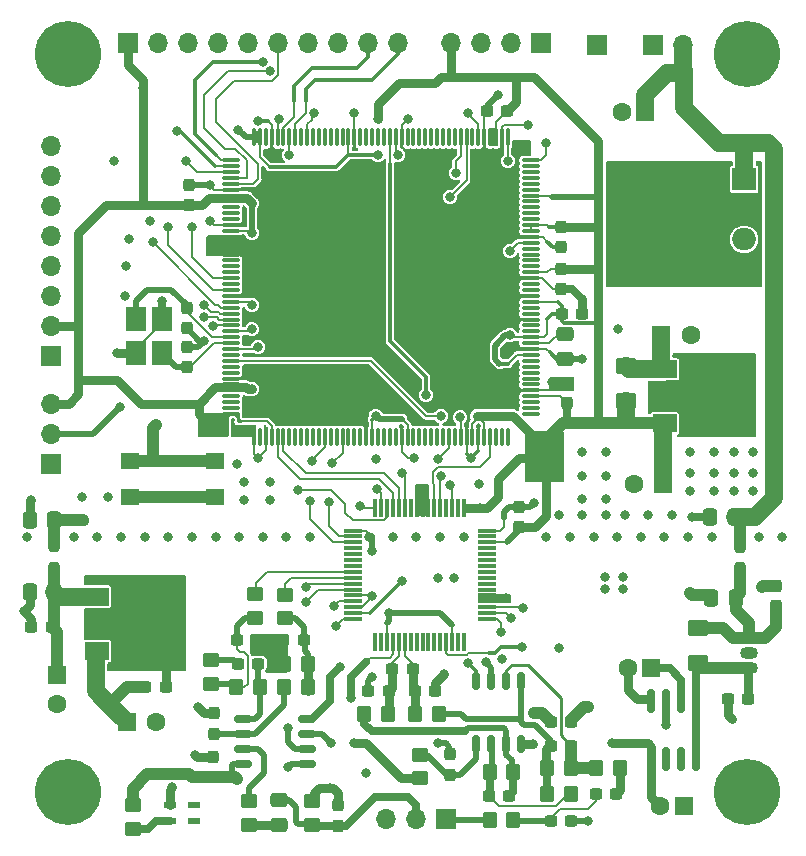
<source format=gtl>
G04 #@! TF.GenerationSoftware,KiCad,Pcbnew,7.0.2*
G04 #@! TF.CreationDate,2023-11-02T18:56:16+01:00*
G04 #@! TF.ProjectId,stm_audio_board_V2,73746d5f-6175-4646-996f-5f626f617264,rev?*
G04 #@! TF.SameCoordinates,Original*
G04 #@! TF.FileFunction,Copper,L1,Top*
G04 #@! TF.FilePolarity,Positive*
%FSLAX46Y46*%
G04 Gerber Fmt 4.6, Leading zero omitted, Abs format (unit mm)*
G04 Created by KiCad (PCBNEW 7.0.2) date 2023-11-02 18:56:16*
%MOMM*%
%LPD*%
G01*
G04 APERTURE LIST*
G04 Aperture macros list*
%AMRoundRect*
0 Rectangle with rounded corners*
0 $1 Rounding radius*
0 $2 $3 $4 $5 $6 $7 $8 $9 X,Y pos of 4 corners*
0 Add a 4 corners polygon primitive as box body*
4,1,4,$2,$3,$4,$5,$6,$7,$8,$9,$2,$3,0*
0 Add four circle primitives for the rounded corners*
1,1,$1+$1,$2,$3*
1,1,$1+$1,$4,$5*
1,1,$1+$1,$6,$7*
1,1,$1+$1,$8,$9*
0 Add four rect primitives between the rounded corners*
20,1,$1+$1,$2,$3,$4,$5,0*
20,1,$1+$1,$4,$5,$6,$7,0*
20,1,$1+$1,$6,$7,$8,$9,0*
20,1,$1+$1,$8,$9,$2,$3,0*%
G04 Aperture macros list end*
G04 #@! TA.AperFunction,SMDPad,CuDef*
%ADD10R,1.725000X2.100000*%
G04 #@! TD*
G04 #@! TA.AperFunction,SMDPad,CuDef*
%ADD11RoundRect,0.237500X0.300000X0.237500X-0.300000X0.237500X-0.300000X-0.237500X0.300000X-0.237500X0*%
G04 #@! TD*
G04 #@! TA.AperFunction,SMDPad,CuDef*
%ADD12RoundRect,0.250000X-0.350000X-0.450000X0.350000X-0.450000X0.350000X0.450000X-0.350000X0.450000X0*%
G04 #@! TD*
G04 #@! TA.AperFunction,SMDPad,CuDef*
%ADD13RoundRect,0.237500X0.237500X-0.300000X0.237500X0.300000X-0.237500X0.300000X-0.237500X-0.300000X0*%
G04 #@! TD*
G04 #@! TA.AperFunction,SMDPad,CuDef*
%ADD14RoundRect,0.237500X-0.237500X0.300000X-0.237500X-0.300000X0.237500X-0.300000X0.237500X0.300000X0*%
G04 #@! TD*
G04 #@! TA.AperFunction,ComponentPad*
%ADD15C,5.600000*%
G04 #@! TD*
G04 #@! TA.AperFunction,ComponentPad*
%ADD16R,2.000000X1.905000*%
G04 #@! TD*
G04 #@! TA.AperFunction,ComponentPad*
%ADD17O,2.000000X1.905000*%
G04 #@! TD*
G04 #@! TA.AperFunction,SMDPad,CuDef*
%ADD18RoundRect,0.250000X0.337500X0.475000X-0.337500X0.475000X-0.337500X-0.475000X0.337500X-0.475000X0*%
G04 #@! TD*
G04 #@! TA.AperFunction,ComponentPad*
%ADD19R,1.500000X1.050000*%
G04 #@! TD*
G04 #@! TA.AperFunction,ComponentPad*
%ADD20O,1.500000X1.050000*%
G04 #@! TD*
G04 #@! TA.AperFunction,SMDPad,CuDef*
%ADD21RoundRect,0.150000X0.625000X0.150000X-0.625000X0.150000X-0.625000X-0.150000X0.625000X-0.150000X0*%
G04 #@! TD*
G04 #@! TA.AperFunction,SMDPad,CuDef*
%ADD22RoundRect,0.150000X-0.150000X0.625000X-0.150000X-0.625000X0.150000X-0.625000X0.150000X0.625000X0*%
G04 #@! TD*
G04 #@! TA.AperFunction,SMDPad,CuDef*
%ADD23RoundRect,0.250001X-0.624999X0.462499X-0.624999X-0.462499X0.624999X-0.462499X0.624999X0.462499X0*%
G04 #@! TD*
G04 #@! TA.AperFunction,SMDPad,CuDef*
%ADD24RoundRect,0.237500X-0.300000X-0.237500X0.300000X-0.237500X0.300000X0.237500X-0.300000X0.237500X0*%
G04 #@! TD*
G04 #@! TA.AperFunction,ComponentPad*
%ADD25R,1.700000X1.700000*%
G04 #@! TD*
G04 #@! TA.AperFunction,SMDPad,CuDef*
%ADD26RoundRect,0.075000X-0.675000X-0.075000X0.675000X-0.075000X0.675000X0.075000X-0.675000X0.075000X0*%
G04 #@! TD*
G04 #@! TA.AperFunction,SMDPad,CuDef*
%ADD27RoundRect,0.075000X-0.075000X-0.675000X0.075000X-0.675000X0.075000X0.675000X-0.075000X0.675000X0*%
G04 #@! TD*
G04 #@! TA.AperFunction,ComponentPad*
%ADD28O,1.700000X1.700000*%
G04 #@! TD*
G04 #@! TA.AperFunction,SMDPad,CuDef*
%ADD29R,1.600000X1.400000*%
G04 #@! TD*
G04 #@! TA.AperFunction,SMDPad,CuDef*
%ADD30RoundRect,0.250000X0.450000X-0.350000X0.450000X0.350000X-0.450000X0.350000X-0.450000X-0.350000X0*%
G04 #@! TD*
G04 #@! TA.AperFunction,SMDPad,CuDef*
%ADD31RoundRect,0.250000X-0.450000X0.350000X-0.450000X-0.350000X0.450000X-0.350000X0.450000X0.350000X0*%
G04 #@! TD*
G04 #@! TA.AperFunction,SMDPad,CuDef*
%ADD32RoundRect,0.237500X-0.237500X0.250000X-0.237500X-0.250000X0.237500X-0.250000X0.237500X0.250000X0*%
G04 #@! TD*
G04 #@! TA.AperFunction,SMDPad,CuDef*
%ADD33RoundRect,0.250000X0.350000X0.450000X-0.350000X0.450000X-0.350000X-0.450000X0.350000X-0.450000X0*%
G04 #@! TD*
G04 #@! TA.AperFunction,SMDPad,CuDef*
%ADD34R,1.000000X0.600000*%
G04 #@! TD*
G04 #@! TA.AperFunction,SMDPad,CuDef*
%ADD35RoundRect,0.150000X-0.150000X0.825000X-0.150000X-0.825000X0.150000X-0.825000X0.150000X0.825000X0*%
G04 #@! TD*
G04 #@! TA.AperFunction,SMDPad,CuDef*
%ADD36RoundRect,0.075000X0.700000X0.075000X-0.700000X0.075000X-0.700000X-0.075000X0.700000X-0.075000X0*%
G04 #@! TD*
G04 #@! TA.AperFunction,SMDPad,CuDef*
%ADD37RoundRect,0.075000X0.075000X0.700000X-0.075000X0.700000X-0.075000X-0.700000X0.075000X-0.700000X0*%
G04 #@! TD*
G04 #@! TA.AperFunction,SMDPad,CuDef*
%ADD38RoundRect,0.250000X0.475000X-0.337500X0.475000X0.337500X-0.475000X0.337500X-0.475000X-0.337500X0*%
G04 #@! TD*
G04 #@! TA.AperFunction,SMDPad,CuDef*
%ADD39R,2.000000X1.500000*%
G04 #@! TD*
G04 #@! TA.AperFunction,SMDPad,CuDef*
%ADD40R,2.000000X3.800000*%
G04 #@! TD*
G04 #@! TA.AperFunction,SMDPad,CuDef*
%ADD41RoundRect,0.250000X-0.475000X0.337500X-0.475000X-0.337500X0.475000X-0.337500X0.475000X0.337500X0*%
G04 #@! TD*
G04 #@! TA.AperFunction,ComponentPad*
%ADD42R,1.600000X1.600000*%
G04 #@! TD*
G04 #@! TA.AperFunction,ComponentPad*
%ADD43C,1.600000*%
G04 #@! TD*
G04 #@! TA.AperFunction,ViaPad*
%ADD44C,0.800000*%
G04 #@! TD*
G04 #@! TA.AperFunction,Conductor*
%ADD45C,0.200000*%
G04 #@! TD*
G04 #@! TA.AperFunction,Conductor*
%ADD46C,0.508000*%
G04 #@! TD*
G04 #@! TA.AperFunction,Conductor*
%ADD47C,0.304800*%
G04 #@! TD*
G04 #@! TA.AperFunction,Conductor*
%ADD48C,0.762000*%
G04 #@! TD*
G04 #@! TA.AperFunction,Conductor*
%ADD49C,1.016000*%
G04 #@! TD*
G04 #@! TA.AperFunction,Conductor*
%ADD50C,0.635000*%
G04 #@! TD*
G04 #@! TA.AperFunction,Conductor*
%ADD51C,1.524000*%
G04 #@! TD*
G04 #@! TA.AperFunction,Conductor*
%ADD52C,0.250000*%
G04 #@! TD*
G04 APERTURE END LIST*
D10*
X193405000Y-72284000D03*
X193405000Y-75184000D03*
X195580000Y-75184000D03*
X195580000Y-72284000D03*
D11*
X203714346Y-101487000D03*
X201989346Y-101487000D03*
X224819500Y-54687000D03*
X223094500Y-54687000D03*
D12*
X205931000Y-103457000D03*
X207931000Y-103457000D03*
D13*
X219953000Y-110885500D03*
X219953000Y-109160500D03*
D14*
X199959568Y-105676500D03*
X199959568Y-107401500D03*
D15*
X245099000Y-112333000D03*
D13*
X197859000Y-62687500D03*
X197859000Y-60962500D03*
D14*
X210495000Y-113462500D03*
X210495000Y-115187500D03*
D16*
X244877000Y-60471000D03*
D17*
X244877000Y-63011000D03*
X244877000Y-65551000D03*
D11*
X230247500Y-108421000D03*
X228522500Y-108421000D03*
D18*
X244058500Y-89057000D03*
X241983500Y-89057000D03*
D11*
X207593500Y-99455000D03*
X205868500Y-99455000D03*
D12*
X232353000Y-110313000D03*
X234353000Y-110313000D03*
D19*
X245325000Y-99275000D03*
D20*
X245325000Y-100545000D03*
X245325000Y-101815000D03*
D13*
X225843000Y-89913500D03*
X225843000Y-88188500D03*
D21*
X207822000Y-109986000D03*
X207822000Y-108716000D03*
X207822000Y-107446000D03*
X207822000Y-106176000D03*
X202472000Y-106176000D03*
X202472000Y-107446000D03*
X202472000Y-108716000D03*
X202472000Y-109986000D03*
D14*
X229355000Y-68074500D03*
X229355000Y-69799500D03*
D22*
X226018000Y-102934000D03*
X224748000Y-102934000D03*
X223478000Y-102934000D03*
X222208000Y-102934000D03*
X222208000Y-108284000D03*
X223478000Y-108284000D03*
X224748000Y-108284000D03*
X226018000Y-108284000D03*
D23*
X234875000Y-76256500D03*
X234875000Y-79231500D03*
D11*
X186259500Y-98365000D03*
X184534500Y-98365000D03*
D24*
X194186500Y-103475000D03*
X195911500Y-103475000D03*
D11*
X203648654Y-99455000D03*
X201923654Y-99455000D03*
D25*
X232457000Y-49069000D03*
D13*
X247555000Y-96629976D03*
X247555000Y-94904976D03*
D26*
X201447000Y-58846000D03*
X201447000Y-59346000D03*
X201447000Y-59846000D03*
X201447000Y-60346000D03*
X201447000Y-60846000D03*
X201447000Y-61346000D03*
X201447000Y-61846000D03*
X201447000Y-62346000D03*
X201447000Y-62846000D03*
X201447000Y-63346000D03*
X201447000Y-63846000D03*
X201447000Y-64346000D03*
X201447000Y-64846000D03*
X201447000Y-65346000D03*
X201447000Y-65846000D03*
X201447000Y-66346000D03*
X201447000Y-66846000D03*
X201447000Y-67346000D03*
X201447000Y-67846000D03*
X201447000Y-68346000D03*
X201447000Y-68846000D03*
X201447000Y-69346000D03*
X201447000Y-69846000D03*
X201447000Y-70346000D03*
X201447000Y-70846000D03*
X201447000Y-71346000D03*
X201447000Y-71846000D03*
X201447000Y-72346000D03*
X201447000Y-72846000D03*
X201447000Y-73346000D03*
X201447000Y-73846000D03*
X201447000Y-74346000D03*
X201447000Y-74846000D03*
X201447000Y-75346000D03*
X201447000Y-75846000D03*
X201447000Y-76346000D03*
X201447000Y-76846000D03*
X201447000Y-77346000D03*
X201447000Y-77846000D03*
X201447000Y-78346000D03*
X201447000Y-78846000D03*
X201447000Y-79346000D03*
X201447000Y-79846000D03*
X201447000Y-80346000D03*
D27*
X203372000Y-82271000D03*
X203872000Y-82271000D03*
X204372000Y-82271000D03*
X204872000Y-82271000D03*
X205372000Y-82271000D03*
X205872000Y-82271000D03*
X206372000Y-82271000D03*
X206872000Y-82271000D03*
X207372000Y-82271000D03*
X207872000Y-82271000D03*
X208372000Y-82271000D03*
X208872000Y-82271000D03*
X209372000Y-82271000D03*
X209872000Y-82271000D03*
X210372000Y-82271000D03*
X210872000Y-82271000D03*
X211372000Y-82271000D03*
X211872000Y-82271000D03*
X212372000Y-82271000D03*
X212872000Y-82271000D03*
X213372000Y-82271000D03*
X213872000Y-82271000D03*
X214372000Y-82271000D03*
X214872000Y-82271000D03*
X215372000Y-82271000D03*
X215872000Y-82271000D03*
X216372000Y-82271000D03*
X216872000Y-82271000D03*
X217372000Y-82271000D03*
X217872000Y-82271000D03*
X218372000Y-82271000D03*
X218872000Y-82271000D03*
X219372000Y-82271000D03*
X219872000Y-82271000D03*
X220372000Y-82271000D03*
X220872000Y-82271000D03*
X221372000Y-82271000D03*
X221872000Y-82271000D03*
X222372000Y-82271000D03*
X222872000Y-82271000D03*
X223372000Y-82271000D03*
X223872000Y-82271000D03*
X224372000Y-82271000D03*
X224872000Y-82271000D03*
D26*
X226797000Y-80346000D03*
X226797000Y-79846000D03*
X226797000Y-79346000D03*
X226797000Y-78846000D03*
X226797000Y-78346000D03*
X226797000Y-77846000D03*
X226797000Y-77346000D03*
X226797000Y-76846000D03*
X226797000Y-76346000D03*
X226797000Y-75846000D03*
X226797000Y-75346000D03*
X226797000Y-74846000D03*
X226797000Y-74346000D03*
X226797000Y-73846000D03*
X226797000Y-73346000D03*
X226797000Y-72846000D03*
X226797000Y-72346000D03*
X226797000Y-71846000D03*
X226797000Y-71346000D03*
X226797000Y-70846000D03*
X226797000Y-70346000D03*
X226797000Y-69846000D03*
X226797000Y-69346000D03*
X226797000Y-68846000D03*
X226797000Y-68346000D03*
X226797000Y-67846000D03*
X226797000Y-67346000D03*
X226797000Y-66846000D03*
X226797000Y-66346000D03*
X226797000Y-65846000D03*
X226797000Y-65346000D03*
X226797000Y-64846000D03*
X226797000Y-64346000D03*
X226797000Y-63846000D03*
X226797000Y-63346000D03*
X226797000Y-62846000D03*
X226797000Y-62346000D03*
X226797000Y-61846000D03*
X226797000Y-61346000D03*
X226797000Y-60846000D03*
X226797000Y-60346000D03*
X226797000Y-59846000D03*
X226797000Y-59346000D03*
X226797000Y-58846000D03*
D27*
X224872000Y-56921000D03*
X224372000Y-56921000D03*
X223872000Y-56921000D03*
X223372000Y-56921000D03*
X222872000Y-56921000D03*
X222372000Y-56921000D03*
X221872000Y-56921000D03*
X221372000Y-56921000D03*
X220872000Y-56921000D03*
X220372000Y-56921000D03*
X219872000Y-56921000D03*
X219372000Y-56921000D03*
X218872000Y-56921000D03*
X218372000Y-56921000D03*
X217872000Y-56921000D03*
X217372000Y-56921000D03*
X216872000Y-56921000D03*
X216372000Y-56921000D03*
X215872000Y-56921000D03*
X215372000Y-56921000D03*
X214872000Y-56921000D03*
X214372000Y-56921000D03*
X213872000Y-56921000D03*
X213372000Y-56921000D03*
X212872000Y-56921000D03*
X212372000Y-56921000D03*
X211872000Y-56921000D03*
X211372000Y-56921000D03*
X210872000Y-56921000D03*
X210372000Y-56921000D03*
X209872000Y-56921000D03*
X209372000Y-56921000D03*
X208872000Y-56921000D03*
X208372000Y-56921000D03*
X207872000Y-56921000D03*
X207372000Y-56921000D03*
X206872000Y-56921000D03*
X206372000Y-56921000D03*
X205872000Y-56921000D03*
X205372000Y-56921000D03*
X204872000Y-56921000D03*
X204372000Y-56921000D03*
X203872000Y-56921000D03*
X203372000Y-56921000D03*
D25*
X192739000Y-48975000D03*
D28*
X195279000Y-48975000D03*
X197819000Y-48975000D03*
X200359000Y-48975000D03*
X202899000Y-48975000D03*
X205439000Y-48975000D03*
X207979000Y-48975000D03*
X210519000Y-48975000D03*
X213059000Y-48975000D03*
X215599000Y-48975000D03*
D13*
X197677000Y-73093500D03*
X197677000Y-71368500D03*
D23*
X240937000Y-98493500D03*
X240937000Y-101468500D03*
D14*
X197677000Y-74677834D03*
X197677000Y-76402834D03*
D29*
X192845000Y-84337000D03*
X200045000Y-84337000D03*
X192845000Y-87337000D03*
X200045000Y-87337000D03*
D13*
X229863000Y-79451500D03*
X229863000Y-77726500D03*
X199913000Y-111091500D03*
X199913000Y-109366500D03*
D30*
X202911284Y-115125000D03*
X202911284Y-113125000D03*
D15*
X187599000Y-49887000D03*
D12*
X217007000Y-105741000D03*
X219007000Y-105741000D03*
D31*
X206031000Y-95641580D03*
X206031000Y-97641580D03*
D12*
X205931000Y-101521000D03*
X207931000Y-101521000D03*
X228185000Y-110351000D03*
X230185000Y-110351000D03*
D24*
X229412500Y-71845000D03*
X231137500Y-71845000D03*
D30*
X208254142Y-115125000D03*
X208254142Y-113125000D03*
D11*
X230247500Y-114819000D03*
X228522500Y-114819000D03*
D32*
X186442000Y-91550500D03*
X186442000Y-93375500D03*
D11*
X234015500Y-112533000D03*
X232290500Y-112533000D03*
D15*
X245099000Y-49833000D03*
D33*
X225315000Y-110663000D03*
X223315000Y-110663000D03*
D34*
X196258000Y-113487000D03*
X196258000Y-114787000D03*
X198258000Y-114787000D03*
X198258000Y-113487000D03*
D30*
X199739568Y-103213846D03*
X199739568Y-101213846D03*
D11*
X218697500Y-103759000D03*
X216972500Y-103759000D03*
D31*
X217391000Y-109175000D03*
X217391000Y-111175000D03*
D14*
X229355000Y-64518500D03*
X229355000Y-66243500D03*
D24*
X223252500Y-112709000D03*
X224977500Y-112709000D03*
D15*
X187599000Y-112333000D03*
D18*
X186463500Y-89325000D03*
X184388500Y-89325000D03*
D25*
X186229000Y-84563000D03*
D28*
X186229000Y-82023000D03*
X186229000Y-79483000D03*
D35*
X240834000Y-104616000D03*
X239564000Y-104616000D03*
X238294000Y-104616000D03*
X237024000Y-104616000D03*
X237024000Y-109566000D03*
X238294000Y-109566000D03*
X239564000Y-109566000D03*
X240834000Y-109566000D03*
D25*
X186229000Y-75455000D03*
D28*
X186229000Y-72915000D03*
X186229000Y-70375000D03*
X186229000Y-67835000D03*
X186229000Y-65295000D03*
X186229000Y-62755000D03*
X186229000Y-60215000D03*
X186229000Y-57675000D03*
D36*
X223073000Y-97710000D03*
X223073000Y-97210000D03*
X223073000Y-96710000D03*
X223073000Y-96210000D03*
X223073000Y-95710000D03*
X223073000Y-95210000D03*
X223073000Y-94710000D03*
X223073000Y-94210000D03*
X223073000Y-93710000D03*
X223073000Y-93210000D03*
X223073000Y-92710000D03*
X223073000Y-92210000D03*
X223073000Y-91710000D03*
X223073000Y-91210000D03*
X223073000Y-90710000D03*
X223073000Y-90210000D03*
D37*
X221148000Y-88285000D03*
X220648000Y-88285000D03*
X220148000Y-88285000D03*
X219648000Y-88285000D03*
X219148000Y-88285000D03*
X218648000Y-88285000D03*
X218148000Y-88285000D03*
X217648000Y-88285000D03*
X217148000Y-88285000D03*
X216648000Y-88285000D03*
X216148000Y-88285000D03*
X215648000Y-88285000D03*
X215148000Y-88285000D03*
X214648000Y-88285000D03*
X214148000Y-88285000D03*
X213648000Y-88285000D03*
D36*
X211723000Y-90210000D03*
X211723000Y-90710000D03*
X211723000Y-91210000D03*
X211723000Y-91710000D03*
X211723000Y-92210000D03*
X211723000Y-92710000D03*
X211723000Y-93210000D03*
X211723000Y-93710000D03*
X211723000Y-94210000D03*
X211723000Y-94710000D03*
X211723000Y-95210000D03*
X211723000Y-95710000D03*
X211723000Y-96210000D03*
X211723000Y-96710000D03*
X211723000Y-97210000D03*
X211723000Y-97710000D03*
D37*
X213648000Y-99635000D03*
X214148000Y-99635000D03*
X214648000Y-99635000D03*
X215148000Y-99635000D03*
X215648000Y-99635000D03*
X216148000Y-99635000D03*
X216648000Y-99635000D03*
X217148000Y-99635000D03*
X217648000Y-99635000D03*
X218148000Y-99635000D03*
X218648000Y-99635000D03*
X219148000Y-99635000D03*
X219648000Y-99635000D03*
X220148000Y-99635000D03*
X220648000Y-99635000D03*
X221148000Y-99635000D03*
D31*
X193109000Y-113441000D03*
X193109000Y-115441000D03*
D38*
X205472426Y-115132500D03*
X205472426Y-113057500D03*
D31*
X203486154Y-95599000D03*
X203486154Y-97599000D03*
D18*
X186463500Y-95451000D03*
X184388500Y-95451000D03*
D24*
X215092500Y-101951000D03*
X216817500Y-101951000D03*
D33*
X214723000Y-105741000D03*
X212723000Y-105741000D03*
D11*
X214785500Y-103759000D03*
X213060500Y-103759000D03*
X245207500Y-104463000D03*
X243482500Y-104463000D03*
D18*
X244172500Y-95885000D03*
X242097500Y-95885000D03*
D33*
X230185000Y-112539000D03*
X228185000Y-112539000D03*
D32*
X244545000Y-91580500D03*
X244545000Y-93405500D03*
D39*
X238144000Y-76546000D03*
X238144000Y-78846000D03*
D40*
X244444000Y-78846000D03*
D39*
X238144000Y-81146000D03*
X190075000Y-95813000D03*
X190075000Y-98113000D03*
D40*
X196375000Y-98113000D03*
D39*
X190075000Y-100413000D03*
D33*
X203842136Y-103457000D03*
X201842136Y-103457000D03*
D25*
X237187000Y-49127000D03*
D28*
X239727000Y-49127000D03*
D41*
X229684000Y-73592500D03*
X229684000Y-75667500D03*
D25*
X227633000Y-48975000D03*
D28*
X225093000Y-48975000D03*
X222553000Y-48975000D03*
X220013000Y-48975000D03*
D25*
X219613000Y-114601000D03*
D28*
X217073000Y-114601000D03*
X214533000Y-114601000D03*
D12*
X223315000Y-114713000D03*
X225315000Y-114713000D03*
D24*
X228514500Y-106389000D03*
X230239500Y-106389000D03*
D42*
X236498241Y-54733000D03*
D43*
X234498241Y-54733000D03*
D42*
X192583000Y-106401759D03*
D43*
X195083000Y-106401759D03*
D42*
X186714241Y-102437000D03*
D43*
X186714241Y-104937000D03*
D42*
X237843000Y-73635759D03*
D43*
X240343000Y-73635759D03*
D42*
X237006241Y-101881000D03*
D43*
X235006241Y-101881000D03*
D42*
X239773000Y-113562241D03*
D43*
X237773000Y-113562241D03*
D42*
X238022241Y-86229000D03*
D43*
X235522241Y-86229000D03*
D44*
X210312000Y-98298000D03*
X216120000Y-70740000D03*
X225044000Y-72346000D03*
X213120000Y-60740000D03*
X207120000Y-60740000D03*
X242316000Y-80264000D03*
X248120000Y-90740000D03*
X207314800Y-68580000D03*
X245618000Y-85344000D03*
X217120000Y-90740000D03*
X240284000Y-77724000D03*
X208026000Y-76708000D03*
X204724000Y-66802000D03*
X196120000Y-90740000D03*
X211120000Y-74740000D03*
X201930000Y-84582000D03*
X240284000Y-85344000D03*
X237744000Y-68072000D03*
X244030000Y-83566000D03*
X213120000Y-66740000D03*
X194056000Y-94996000D03*
X232120000Y-90740000D03*
X207120000Y-66740000D03*
X238760000Y-88900000D03*
X207120000Y-64740000D03*
X192481200Y-70358000D03*
X231172000Y-88900000D03*
X211120000Y-68740000D03*
X235204000Y-69088000D03*
X231140000Y-83566000D03*
X200120000Y-90740000D03*
X240120000Y-90740000D03*
X233121200Y-94183200D03*
X240284000Y-86868000D03*
X204724000Y-87630000D03*
X221520000Y-70612000D03*
X192532000Y-98044000D03*
X231140000Y-87566000D03*
X237744000Y-61976000D03*
X242316000Y-76200000D03*
X213120000Y-90740000D03*
X211836000Y-54864000D03*
X234645200Y-94183200D03*
X204724000Y-60706000D03*
X240284000Y-81788000D03*
X230120000Y-90740000D03*
X216120000Y-60740000D03*
X207804000Y-80010000D03*
X213360000Y-95758000D03*
X222453200Y-86309200D03*
X198374000Y-109220000D03*
X209120000Y-64740000D03*
X236220000Y-65024000D03*
X221520000Y-72390000D03*
X213120000Y-74740000D03*
X199644000Y-64008000D03*
X242824000Y-61976000D03*
X219120000Y-90740000D03*
X231140000Y-75692000D03*
X223044000Y-79248000D03*
X192532000Y-94996000D03*
X244030000Y-85344000D03*
X245618000Y-86868000D03*
X243840000Y-106172000D03*
X244348000Y-76200000D03*
X236220000Y-63500000D03*
X213120000Y-64740000D03*
X209120000Y-66740000D03*
X234188000Y-64008000D03*
X218120000Y-60740000D03*
X242824000Y-59944000D03*
X217170000Y-74422000D03*
X202120000Y-90740000D03*
X195580000Y-70803500D03*
X218120000Y-70740000D03*
X233172000Y-87566000D03*
X233172000Y-85566000D03*
X231648000Y-114808000D03*
X231137500Y-70612000D03*
X208687000Y-74575000D03*
X202539600Y-87630000D03*
X216916000Y-84074000D03*
X242316000Y-81788000D03*
X194056000Y-98044000D03*
X236220000Y-68072000D03*
X194564000Y-64008000D03*
X218120000Y-62740000D03*
X216408000Y-55372000D03*
X239268000Y-63500000D03*
X195580000Y-87376000D03*
X206502000Y-76708000D03*
X218948000Y-94234000D03*
X246120000Y-90740000D03*
X224282000Y-98806000D03*
X242284000Y-86868000D03*
X216120000Y-68740000D03*
X203200000Y-77216000D03*
X217202000Y-58928000D03*
X211918500Y-80518000D03*
X238252000Y-106680000D03*
X213664800Y-84124800D03*
X211120000Y-66740000D03*
X224790000Y-75184000D03*
X221742000Y-84074000D03*
X211120000Y-64740000D03*
X244348000Y-69088000D03*
X209804000Y-80010000D03*
X233172000Y-83566000D03*
X211120000Y-60740000D03*
X244348000Y-81788000D03*
X228120000Y-90740000D03*
X221488000Y-74422000D03*
X209804000Y-112014000D03*
X208120000Y-90740000D03*
X219202000Y-58928000D03*
X192532000Y-99568000D03*
X184120000Y-90740000D03*
X228600000Y-77597000D03*
X237744000Y-66548000D03*
X198120000Y-90740000D03*
X198628000Y-105156000D03*
X234188000Y-73152000D03*
X209120000Y-60740000D03*
X236728000Y-69088000D03*
X234120000Y-90740000D03*
X236220000Y-66548000D03*
X224332800Y-101092000D03*
X203994000Y-80010000D03*
X211120000Y-70740000D03*
X204724000Y-86106000D03*
X209120000Y-72740000D03*
X194120000Y-90740000D03*
X242120000Y-90740000D03*
X233680000Y-69088000D03*
X225044000Y-70612000D03*
X213360000Y-102616000D03*
X219456000Y-102362000D03*
X206120000Y-90740000D03*
X199745600Y-65633600D03*
X242316000Y-77724000D03*
X216120000Y-62740000D03*
X215120000Y-90740000D03*
X223520000Y-72390000D03*
X237744000Y-63500000D03*
X184531000Y-87630000D03*
X229172000Y-88900000D03*
X242284000Y-85344000D03*
X199136000Y-74168000D03*
X188823600Y-87376000D03*
X202539600Y-86106000D03*
X240284000Y-83566000D03*
X234645200Y-95199200D03*
X225044000Y-64262000D03*
X236120000Y-90740000D03*
X231648000Y-105156000D03*
X238120000Y-90740000D03*
X209120000Y-70740000D03*
X225044000Y-77724000D03*
X191770000Y-75184000D03*
X220345000Y-94234000D03*
X217576400Y-86715600D03*
X245618000Y-83566000D03*
X235204000Y-60960000D03*
X196437523Y-111960705D03*
X222961200Y-77622400D03*
X225044000Y-79248000D03*
X237744000Y-65024000D03*
X204724000Y-100457000D03*
X199745600Y-66548000D03*
X194056000Y-96520000D03*
X205994000Y-80010000D03*
X234760000Y-88900000D03*
X218120000Y-72740000D03*
X242824000Y-67564000D03*
X246380000Y-94996000D03*
X236760000Y-88900000D03*
X240284000Y-95504000D03*
X218120000Y-64740000D03*
X218120000Y-68740000D03*
X209120000Y-68740000D03*
X245872000Y-69088000D03*
X218948000Y-108204000D03*
X223520000Y-70612000D03*
X236220000Y-61976000D03*
X211120000Y-72740000D03*
X234188000Y-59944000D03*
X196088000Y-94996000D03*
X209120000Y-62740000D03*
X203708000Y-55563576D03*
X216120000Y-72740000D03*
X245872000Y-67564000D03*
X231140000Y-85566000D03*
X234188000Y-61976000D03*
X221120000Y-90740000D03*
X199644000Y-60960000D03*
X191008000Y-87376000D03*
X226568000Y-55880000D03*
X244348000Y-67564000D03*
X240284000Y-76200000D03*
X213120000Y-68740000D03*
X213120000Y-70740000D03*
X224028000Y-53340000D03*
X204120000Y-90740000D03*
X224698128Y-95918628D03*
X213120000Y-72740000D03*
X192786000Y-65532000D03*
X188120000Y-90740000D03*
X216120000Y-64740000D03*
X212852000Y-110744000D03*
X211120000Y-62740000D03*
X227076000Y-87884000D03*
X192532000Y-96520000D03*
X242284000Y-83566000D03*
X216120000Y-66740000D03*
X192120000Y-90740000D03*
X242824000Y-69088000D03*
X196596000Y-101092000D03*
X240284000Y-80264000D03*
X233121200Y-95199200D03*
X233172000Y-88900000D03*
X218120000Y-66740000D03*
X204724000Y-61976000D03*
X197358000Y-87376000D03*
X244030000Y-86868000D03*
X203708000Y-84074000D03*
X213120000Y-62740000D03*
X204724000Y-68580000D03*
X190120000Y-90740000D03*
X225044000Y-65532000D03*
X229209250Y-100177250D03*
X225044000Y-68580000D03*
X238252000Y-69088000D03*
X240437000Y-89057000D03*
X242316000Y-78846000D03*
X207120000Y-62740000D03*
X213360000Y-91948000D03*
X183896000Y-97028000D03*
X191516000Y-58928000D03*
X221742000Y-63754000D03*
X192532000Y-67818000D03*
X242824000Y-63500000D03*
X240284000Y-78846000D03*
X224840800Y-60756800D03*
X208471500Y-54852158D03*
X196850000Y-56388000D03*
X206360613Y-58420000D03*
X197612000Y-58928000D03*
X204136671Y-50499267D03*
X188976000Y-89408000D03*
X187960000Y-95813000D03*
X204724000Y-51308000D03*
X222474344Y-88285000D03*
X203200000Y-65024000D03*
X203200000Y-71120000D03*
X213868000Y-55372000D03*
X193979800Y-52781200D03*
X215571500Y-58420000D03*
X202058288Y-56259712D03*
X225044000Y-73660000D03*
X199644000Y-81280000D03*
X218694000Y-52324000D03*
X212344000Y-88138000D03*
X213676500Y-80518000D03*
X203200000Y-78232000D03*
X213868000Y-58420000D03*
X223012000Y-101346000D03*
X219938500Y-86360000D03*
X219202000Y-80518000D03*
X217932000Y-78740000D03*
X215900000Y-85344000D03*
X208280000Y-84328000D03*
X207120000Y-86740000D03*
X219188622Y-85584622D03*
X218948000Y-84136500D03*
X209745378Y-87798622D03*
X219964000Y-61976000D03*
X213763211Y-86656289D03*
X220472000Y-59944000D03*
X208120000Y-87740000D03*
X210005833Y-84529833D03*
X211836000Y-108204000D03*
X211601000Y-104413000D03*
X210171622Y-96633622D03*
X189992000Y-102616000D03*
X214771000Y-97233494D03*
X225044000Y-66548000D03*
X225171000Y-97645000D03*
X226187000Y-96774000D03*
X226060000Y-100076000D03*
X201930000Y-111252000D03*
X227025721Y-108254279D03*
X227076000Y-105664000D03*
X210693000Y-101727000D03*
X233680000Y-108204000D03*
X221491442Y-101403096D03*
X215900000Y-94488000D03*
X228092000Y-57404000D03*
X221488000Y-54864000D03*
X207772000Y-94996000D03*
X207772000Y-96266000D03*
X206248000Y-110236000D03*
X195072000Y-81280000D03*
X203708000Y-74676000D03*
X199136000Y-72136000D03*
X198120000Y-64516000D03*
X199884622Y-72911378D03*
X196088000Y-64516000D03*
X194789157Y-65814843D03*
X192024000Y-79756000D03*
X203195076Y-73156924D03*
X199120535Y-71135465D03*
X209905600Y-108204000D03*
X206248000Y-106934000D03*
X220827600Y-80619600D03*
X224872000Y-58928000D03*
X205486000Y-55372000D03*
D45*
X231115500Y-75667500D02*
X231140000Y-75692000D01*
X213360000Y-90678000D02*
X212892000Y-90210000D01*
D46*
X230247500Y-114819000D02*
X231637000Y-114819000D01*
X213060500Y-102915500D02*
X213360000Y-102616000D01*
D45*
X203070000Y-77346000D02*
X201447000Y-77346000D01*
D46*
X213360000Y-90678000D02*
X213360000Y-91948000D01*
D45*
X215872000Y-56921000D02*
X215872000Y-55908000D01*
D47*
X221742000Y-84074000D02*
X222372000Y-83444000D01*
D48*
X210058000Y-112014000D02*
X210495000Y-112451000D01*
D45*
X225310000Y-68846000D02*
X225044000Y-68580000D01*
X200030000Y-61346000D02*
X199644000Y-60960000D01*
D49*
X246471024Y-94904976D02*
X246380000Y-94996000D01*
D45*
X223948000Y-97710000D02*
X223073000Y-97710000D01*
X203200000Y-77216000D02*
X203070000Y-77346000D01*
X212872000Y-81490670D02*
X212872000Y-82271000D01*
D48*
X208439000Y-112464600D02*
X208889600Y-112014000D01*
D47*
X228701900Y-66243500D02*
X229355000Y-66243500D01*
D45*
X222872000Y-54909500D02*
X222872000Y-56921000D01*
D46*
X199136000Y-74168000D02*
X198626166Y-74677834D01*
D48*
X184534500Y-98365000D02*
X184534500Y-97666500D01*
D45*
X224282000Y-98806000D02*
X224282000Y-98044000D01*
X201447000Y-64346000D02*
X199982000Y-64346000D01*
D46*
X224993500Y-88188500D02*
X225843000Y-88188500D01*
D48*
X218697500Y-103759000D02*
X218697500Y-103120500D01*
D47*
X221742000Y-84074000D02*
X221372000Y-83704000D01*
D45*
X204724000Y-68580000D02*
X202958000Y-70346000D01*
D50*
X230325000Y-69799500D02*
X229355000Y-69799500D01*
D45*
X204372000Y-83410000D02*
X203708000Y-84074000D01*
D46*
X199641500Y-60962500D02*
X199644000Y-60960000D01*
D47*
X228931100Y-75667500D02*
X229684000Y-75667500D01*
D46*
X219904500Y-109160500D02*
X219904500Y-108500100D01*
D45*
X222372000Y-83444000D02*
X222372000Y-82271000D01*
X215872000Y-55908000D02*
X216408000Y-55372000D01*
X226797000Y-68846000D02*
X227748400Y-68846000D01*
X228701900Y-69799500D02*
X229355000Y-69799500D01*
X216408000Y-84074000D02*
X215872000Y-83538000D01*
D46*
X198626166Y-74677834D02*
X197677000Y-74677834D01*
D45*
X225230000Y-65346000D02*
X225044000Y-65532000D01*
X213360000Y-95758000D02*
X213312000Y-95710000D01*
X211872000Y-54900000D02*
X211836000Y-54864000D01*
D48*
X208889600Y-112014000D02*
X209550000Y-112014000D01*
X208439000Y-113125000D02*
X208439000Y-112464600D01*
D45*
X211723000Y-97710000D02*
X210900000Y-97710000D01*
X226797000Y-74846000D02*
X228109600Y-74846000D01*
X223073000Y-90210000D02*
X224242000Y-90210000D01*
X216916000Y-84074000D02*
X216408000Y-84074000D01*
X202958000Y-70346000D02*
X201447000Y-70346000D01*
X226559000Y-55871000D02*
X226568000Y-55880000D01*
D46*
X231637000Y-114819000D02*
X231648000Y-114808000D01*
D49*
X231322861Y-105156000D02*
X230239500Y-106239361D01*
D46*
X225843000Y-88188500D02*
X226771500Y-88188500D01*
D49*
X230239500Y-106239361D02*
X230239500Y-106389000D01*
D50*
X195580000Y-72284000D02*
X195580000Y-70803500D01*
D45*
X227804400Y-65346000D02*
X226797000Y-65346000D01*
D48*
X196258000Y-112140228D02*
X196437523Y-111960705D01*
D45*
X213360000Y-95878330D02*
X213360000Y-95758000D01*
X212892000Y-90210000D02*
X211723000Y-90210000D01*
X203372000Y-82271000D02*
X203372000Y-83738000D01*
D46*
X219608400Y-108204000D02*
X218948000Y-108204000D01*
D45*
X211918500Y-80537170D02*
X212872000Y-81490670D01*
D50*
X209550000Y-112014000D02*
X209804000Y-112014000D01*
D45*
X212528330Y-96710000D02*
X213360000Y-95878330D01*
D48*
X209804000Y-112014000D02*
X210058000Y-112014000D01*
D45*
X204372000Y-82271000D02*
X204372000Y-83410000D01*
X211872000Y-56921000D02*
X211872000Y-54900000D01*
D48*
X210495000Y-112451000D02*
X210495000Y-113462500D01*
D45*
X226797000Y-65346000D02*
X225230000Y-65346000D01*
D48*
X231137500Y-70612000D02*
X231137500Y-71337000D01*
X199148500Y-105676500D02*
X198628000Y-105156000D01*
D45*
X224242000Y-90210000D02*
X224536000Y-89916000D01*
X211918500Y-80518000D02*
X211918500Y-80537170D01*
D49*
X241983500Y-95661000D02*
X240441000Y-95661000D01*
D45*
X224282000Y-98044000D02*
X223948000Y-97710000D01*
X211723000Y-96710000D02*
X212534000Y-96710000D01*
X225044000Y-72346000D02*
X226797000Y-72346000D01*
D48*
X184388500Y-95451000D02*
X184388500Y-96535500D01*
D49*
X192845000Y-87337000D02*
X200045000Y-87337000D01*
X231322861Y-105156000D02*
X231648000Y-105156000D01*
D45*
X228219000Y-65760600D02*
X227804400Y-65346000D01*
D46*
X224536000Y-88646000D02*
X224993500Y-88188500D01*
X219904500Y-108500100D02*
X219608400Y-108204000D01*
D48*
X198520500Y-109366500D02*
X198374000Y-109220000D01*
D46*
X224536000Y-89154000D02*
X224536000Y-88646000D01*
D48*
X184531000Y-87630000D02*
X184388500Y-87772500D01*
D45*
X226797000Y-68846000D02*
X225310000Y-68846000D01*
D48*
X199148500Y-105676500D02*
X199959568Y-105676500D01*
D45*
X225044000Y-70612000D02*
X225310000Y-70346000D01*
X224545000Y-55871000D02*
X226559000Y-55871000D01*
D48*
X199913000Y-109366500D02*
X198520500Y-109366500D01*
X243482500Y-105814500D02*
X243840000Y-106172000D01*
D45*
X224790000Y-75184000D02*
X225128000Y-74846000D01*
X221372000Y-83704000D02*
X221372000Y-82271000D01*
X213312000Y-95710000D02*
X211723000Y-95710000D01*
D48*
X191770000Y-75184000D02*
X193405000Y-75184000D01*
D46*
X197859000Y-60962500D02*
X199641500Y-60962500D01*
D45*
X203372000Y-83738000D02*
X203708000Y-84074000D01*
D47*
X228396800Y-75133200D02*
X228931100Y-75667500D01*
D46*
X223094500Y-54687000D02*
X223094500Y-54273500D01*
D45*
X224536000Y-89916000D02*
X224536000Y-89154000D01*
D48*
X184388500Y-87772500D02*
X184388500Y-89325000D01*
D45*
X199982000Y-64346000D02*
X199644000Y-64008000D01*
D48*
X195911500Y-101776500D02*
X196596000Y-101092000D01*
D45*
X215872000Y-83538000D02*
X215872000Y-82271000D01*
D49*
X247555000Y-94904976D02*
X246471024Y-94904976D01*
D45*
X193405000Y-74846500D02*
X195580000Y-72671500D01*
D46*
X199136000Y-74168000D02*
X198751500Y-74168000D01*
D50*
X231137500Y-70612000D02*
X230325000Y-69799500D01*
D46*
X198751500Y-74168000D02*
X197677000Y-73093500D01*
D50*
X240437000Y-89057000D02*
X241983500Y-89057000D01*
D45*
X201447000Y-61346000D02*
X200030000Y-61346000D01*
X225310000Y-70346000D02*
X226797000Y-70346000D01*
D46*
X229684000Y-75667500D02*
X231115500Y-75667500D01*
D48*
X184388500Y-96535500D02*
X183896000Y-97028000D01*
X184534500Y-97666500D02*
X183896000Y-97028000D01*
D45*
X228600000Y-78346000D02*
X228600000Y-77597000D01*
X204872000Y-55875600D02*
X204559976Y-55563576D01*
X227748400Y-68846000D02*
X228701900Y-69799500D01*
D49*
X240441000Y-95661000D02*
X240284000Y-95504000D01*
D45*
X228109600Y-74846000D02*
X228396800Y-75133200D01*
X225128000Y-74846000D02*
X226797000Y-74846000D01*
X224489500Y-95710000D02*
X224698128Y-95918628D01*
D48*
X195911500Y-103475000D02*
X195911500Y-101776500D01*
D46*
X223094500Y-54273500D02*
X224028000Y-53340000D01*
D47*
X228219000Y-65760600D02*
X228701900Y-66243500D01*
D45*
X211723000Y-96710000D02*
X212528330Y-96710000D01*
D50*
X238294000Y-104616000D02*
X238294000Y-106638000D01*
D45*
X224372000Y-56044000D02*
X224545000Y-55871000D01*
X210900000Y-97710000D02*
X210312000Y-98298000D01*
D47*
X204559976Y-55563576D02*
X203708000Y-55563576D01*
D46*
X226771500Y-88188500D02*
X227076000Y-87884000D01*
D48*
X218697500Y-103120500D02*
X219456000Y-102362000D01*
D46*
X213060500Y-103759000D02*
X213060500Y-102915500D01*
D45*
X204872000Y-56921000D02*
X204872000Y-55875600D01*
D48*
X196258000Y-113487000D02*
X196258000Y-112140228D01*
X243482500Y-104463000D02*
X243482500Y-105814500D01*
D45*
X224372000Y-56921000D02*
X224372000Y-56044000D01*
X228600000Y-78346000D02*
X226797000Y-78346000D01*
X208280000Y-55422800D02*
X207872000Y-55830800D01*
X207872000Y-55830800D02*
X207872000Y-56921000D01*
X208280000Y-55422800D02*
X208280000Y-55043658D01*
X208280000Y-55043658D02*
X208471500Y-54852158D01*
X200062000Y-59346000D02*
X201447000Y-59346000D01*
D47*
X196850000Y-56388000D02*
X197104000Y-56388000D01*
X197104000Y-56388000D02*
X200062000Y-59346000D01*
D45*
X206360613Y-58420000D02*
X206360613Y-56932387D01*
X197612000Y-58928000D02*
X198530000Y-59846000D01*
X198530000Y-59846000D02*
X201447000Y-59846000D01*
X201673860Y-52132000D02*
X200152000Y-53653860D01*
X205439000Y-51609000D02*
X204916000Y-52132000D01*
X203314000Y-60846000D02*
X201447000Y-60846000D01*
X205439000Y-48975000D02*
X205439000Y-51609000D01*
X203708000Y-60452000D02*
X203314000Y-60846000D01*
X203708000Y-59182000D02*
X203708000Y-60452000D01*
X200152000Y-55626000D02*
X203708000Y-59182000D01*
X200152000Y-53653860D02*
X200152000Y-55626000D01*
X204916000Y-52132000D02*
X201673860Y-52132000D01*
D47*
X200152000Y-58420000D02*
X198374000Y-56642000D01*
D45*
X200152000Y-58420000D02*
X200578000Y-58846000D01*
X200578000Y-58846000D02*
X201447000Y-58846000D01*
D47*
X198374000Y-52070000D02*
X199944733Y-50499267D01*
X198374000Y-56642000D02*
X198374000Y-52070000D01*
X199944733Y-50499267D02*
X204136671Y-50499267D01*
D51*
X238144000Y-76546000D02*
X235164500Y-76546000D01*
D49*
X188893000Y-89325000D02*
X186463500Y-89325000D01*
D51*
X237843000Y-73635759D02*
X237843000Y-76245000D01*
X235164500Y-76546000D02*
X234875000Y-76256500D01*
D48*
X186442000Y-89346500D02*
X186463500Y-89325000D01*
D49*
X186442000Y-91550500D02*
X186442000Y-89346500D01*
D48*
X188976000Y-89408000D02*
X188893000Y-89325000D01*
D49*
X186714241Y-102437000D02*
X186714241Y-98819741D01*
D51*
X190075000Y-95813000D02*
X187960000Y-95813000D01*
X187960000Y-95813000D02*
X186825500Y-95813000D01*
D49*
X186442000Y-93375500D02*
X186442000Y-95429500D01*
X186463500Y-98161000D02*
X186259500Y-98365000D01*
D51*
X186825500Y-95813000D02*
X186463500Y-95451000D01*
D49*
X186714241Y-98819741D02*
X186259500Y-98365000D01*
X186463500Y-95451000D02*
X186463500Y-98161000D01*
D45*
X199136000Y-56134000D02*
X200914000Y-57912000D01*
X201168000Y-51308000D02*
X199136000Y-53340000D01*
X204724000Y-51308000D02*
X201168000Y-51308000D01*
X199136000Y-53340000D02*
X199136000Y-56134000D01*
X202740314Y-58858984D02*
X202740314Y-60346000D01*
X201793330Y-57912000D02*
X202740314Y-58858984D01*
X202740314Y-60346000D02*
X201447000Y-60346000D01*
X200914000Y-57912000D02*
X201793330Y-57912000D01*
D50*
X238568241Y-101881000D02*
X239564000Y-102876759D01*
X237006241Y-101881000D02*
X238568241Y-101881000D01*
X239564000Y-102876759D02*
X239564000Y-104616000D01*
D48*
X235762800Y-104495600D02*
X236903600Y-104495600D01*
D46*
X236903600Y-104495600D02*
X237024000Y-104616000D01*
D48*
X235006241Y-103739041D02*
X235762800Y-104495600D01*
X235006241Y-101881000D02*
X235006241Y-103739041D01*
D47*
X213059000Y-50085000D02*
X213059000Y-48975000D01*
X206756000Y-52574743D02*
X208276743Y-51054000D01*
D45*
X206756000Y-55219600D02*
X205872000Y-56103600D01*
D47*
X206756000Y-53841487D02*
X206756000Y-52574743D01*
X212090000Y-51054000D02*
X213059000Y-50085000D01*
X208276743Y-51054000D02*
X212090000Y-51054000D01*
D45*
X206756000Y-53841487D02*
X206756000Y-55219600D01*
X205872000Y-56103600D02*
X205872000Y-56921000D01*
D47*
X208534000Y-52070000D02*
X213360000Y-52070000D01*
X215599000Y-49831000D02*
X215599000Y-48975000D01*
D45*
X207772000Y-53837091D02*
X207772000Y-54895636D01*
D47*
X213360000Y-52070000D02*
X215599000Y-49831000D01*
X207772000Y-53837091D02*
X207772000Y-52832000D01*
D45*
X207772000Y-54895636D02*
X206872000Y-55795636D01*
D47*
X207772000Y-52832000D02*
X208534000Y-52070000D01*
D45*
X206872000Y-55795636D02*
X206872000Y-56921000D01*
D52*
X224748000Y-102326624D02*
X224748000Y-102048400D01*
D49*
X230185000Y-108483500D02*
X230247500Y-108421000D01*
X232353000Y-110313000D02*
X230223000Y-110313000D01*
D52*
X229377000Y-104373624D02*
X229377000Y-107550500D01*
D49*
X230185000Y-110351000D02*
X230185000Y-108483500D01*
D52*
X225196400Y-101600000D02*
X226603376Y-101600000D01*
X224748000Y-102048400D02*
X225196400Y-101600000D01*
X226603376Y-101600000D02*
X229377000Y-104373624D01*
X229377000Y-107550500D02*
X230247500Y-108421000D01*
D46*
X223520000Y-110458000D02*
X223520000Y-108326000D01*
D45*
X228970814Y-113539000D02*
X229785000Y-112724814D01*
X224082500Y-113539000D02*
X228970814Y-113539000D01*
X223252500Y-112709000D02*
X224082500Y-113539000D01*
D50*
X223315000Y-110663000D02*
X223315000Y-112646500D01*
D45*
X215372000Y-58220500D02*
X215571500Y-58420000D01*
D48*
X223119000Y-88285000D02*
X224028000Y-87376000D01*
D45*
X223372000Y-56921000D02*
X223872000Y-56921000D01*
D48*
X219964000Y-51816000D02*
X220013000Y-51767000D01*
X232527000Y-68072000D02*
X232527000Y-64516000D01*
X198678800Y-80314800D02*
X199644000Y-81280000D01*
D46*
X202058288Y-56262288D02*
X202058288Y-56259712D01*
D45*
X215900000Y-80772000D02*
X216372000Y-81244000D01*
X204724000Y-59436000D02*
X203872000Y-58584000D01*
X221872000Y-81150000D02*
X221872000Y-82271000D01*
D48*
X225843000Y-89913500D02*
X227180100Y-89913500D01*
D45*
X229863000Y-79451500D02*
X229257500Y-78846000D01*
D48*
X198932500Y-62687500D02*
X199543000Y-62077000D01*
D45*
X212491000Y-88285000D02*
X212344000Y-88138000D01*
X201447000Y-64846000D02*
X203022000Y-64846000D01*
X229352500Y-68072000D02*
X229355000Y-68074500D01*
D48*
X193979800Y-52044600D02*
X192739000Y-50803800D01*
D45*
X224891600Y-76072350D02*
X224891600Y-76073000D01*
D48*
X202793000Y-62077000D02*
X203200000Y-62484000D01*
D45*
X222250000Y-80518000D02*
X222250000Y-80772000D01*
D48*
X191770000Y-77470000D02*
X193802000Y-79502000D01*
D45*
X213648000Y-88285000D02*
X212491000Y-88285000D01*
X203022000Y-64846000D02*
X203200000Y-65024000D01*
D47*
X229412500Y-71845000D02*
X229412500Y-71170500D01*
D48*
X215646000Y-52324000D02*
X213868000Y-54102000D01*
X202828656Y-78232000D02*
X203200000Y-78232000D01*
X232527000Y-72644000D02*
X232527000Y-68072000D01*
X188468000Y-77470000D02*
X191770000Y-77470000D01*
X232527000Y-64516000D02*
X232527000Y-61976000D01*
X193954400Y-52806600D02*
X193954400Y-62280800D01*
D45*
X204872000Y-82271000D02*
X204872000Y-81377200D01*
X225230000Y-73846000D02*
X225044000Y-73660000D01*
D48*
X202673656Y-78077000D02*
X202828656Y-78232000D01*
D49*
X234442000Y-81146000D02*
X232664000Y-81146000D01*
D45*
X229088000Y-70846000D02*
X226797000Y-70846000D01*
X227956800Y-73846000D02*
X226797000Y-73846000D01*
D47*
X229412500Y-71845000D02*
X229412500Y-72447550D01*
D48*
X193979800Y-52781200D02*
X193954400Y-52806600D01*
D47*
X228637000Y-71845000D02*
X228193600Y-72288400D01*
D48*
X220013000Y-51767000D02*
X220013000Y-48975000D01*
X188468000Y-72915000D02*
X186229000Y-72915000D01*
D47*
X231681845Y-72672400D02*
X231710245Y-72644000D01*
D48*
X218694000Y-52324000D02*
X219202000Y-51816000D01*
D49*
X229496000Y-81146000D02*
X228600000Y-82042000D01*
D48*
X227111000Y-51851000D02*
X225552000Y-51851000D01*
D45*
X213372000Y-80822500D02*
X213372000Y-82271000D01*
D48*
X193802000Y-79502000D02*
X197866000Y-79502000D01*
D47*
X204724000Y-59436000D02*
X210312000Y-59436000D01*
D48*
X228092000Y-89001600D02*
X228092000Y-85090000D01*
D46*
X224663000Y-73660000D02*
X225044000Y-73660000D01*
D45*
X211372000Y-58376000D02*
X211328000Y-58420000D01*
D48*
X200103800Y-78077000D02*
X202673656Y-78077000D01*
D45*
X224766000Y-91210000D02*
X223073000Y-91210000D01*
D51*
X234875000Y-79231500D02*
X234875000Y-80713000D01*
D47*
X224891600Y-76073000D02*
X224155000Y-76073000D01*
D48*
X198678800Y-79502000D02*
X198678800Y-80314800D01*
D45*
X226797000Y-64346000D02*
X228176000Y-64346000D01*
X222250000Y-80518000D02*
X222872000Y-81140000D01*
X216372000Y-81244000D02*
X216372000Y-82271000D01*
D46*
X203302500Y-56921000D02*
X202717000Y-56921000D01*
X213930500Y-80772000D02*
X213676500Y-80518000D01*
D45*
X228193600Y-73609200D02*
X227956800Y-73846000D01*
X226797000Y-75346000D02*
X225617950Y-75346000D01*
X204872000Y-81377200D02*
X204470000Y-80975200D01*
D47*
X231710245Y-72644000D02*
X232527000Y-72644000D01*
D46*
X215900000Y-80772000D02*
X213930500Y-80772000D01*
D47*
X211328000Y-58420000D02*
X213868000Y-58420000D01*
D48*
X227318999Y-82550000D02*
X227330000Y-82550000D01*
X232527000Y-81009000D02*
X232664000Y-81146000D01*
D45*
X229257500Y-78846000D02*
X226797000Y-78846000D01*
D48*
X192739000Y-50803800D02*
X192739000Y-48975000D01*
X197866000Y-79502000D02*
X198678800Y-79502000D01*
D45*
X228498400Y-68072000D02*
X228224400Y-68346000D01*
X211372000Y-56921000D02*
X211372000Y-58376000D01*
D49*
X228600000Y-82042000D02*
X228600000Y-83058000D01*
D46*
X224155000Y-76073000D02*
X223774000Y-75692000D01*
D47*
X229412500Y-72447550D02*
X229608950Y-72644000D01*
D48*
X227076000Y-51816000D02*
X227111000Y-51851000D01*
X197859000Y-62687500D02*
X190804500Y-62687500D01*
X199543000Y-62077000D02*
X202793000Y-62077000D01*
X232527000Y-64516000D02*
X229357500Y-64516000D01*
D45*
X223872000Y-55634500D02*
X223872000Y-56921000D01*
D49*
X235338000Y-81146000D02*
X234442000Y-81146000D01*
D47*
X228348500Y-64518500D02*
X229355000Y-64518500D01*
D45*
X226797000Y-64846000D02*
X226797000Y-64346000D01*
X201447000Y-70846000D02*
X202926000Y-70846000D01*
D48*
X222474344Y-88285000D02*
X223119000Y-88285000D01*
D50*
X229863000Y-80885000D02*
X230124000Y-81146000D01*
D46*
X202438000Y-56642000D02*
X202058288Y-56262288D01*
D45*
X228470000Y-61846000D02*
X226797000Y-61846000D01*
D48*
X219202000Y-51816000D02*
X219964000Y-51816000D01*
D46*
X223774000Y-74549000D02*
X224663000Y-73660000D01*
D49*
X232664000Y-81146000D02*
X230124000Y-81146000D01*
D45*
X225617950Y-75346000D02*
X224891600Y-76072350D01*
D49*
X230124000Y-81146000D02*
X229496000Y-81146000D01*
D45*
X199644000Y-81280000D02*
X199703000Y-81221000D01*
D48*
X225552000Y-51851000D02*
X225552000Y-53954500D01*
X213868000Y-54102000D02*
X213868000Y-55372000D01*
D47*
X229412500Y-71170500D02*
X229088000Y-70846000D01*
D48*
X222474344Y-88285000D02*
X221379000Y-88285000D01*
D45*
X215372000Y-56921000D02*
X215372000Y-58220500D01*
D47*
X210312000Y-59436000D02*
X211328000Y-58420000D01*
D48*
X190804500Y-62687500D02*
X188468000Y-65024000D01*
X232527000Y-68072000D02*
X229357500Y-68072000D01*
D45*
X228498400Y-68072000D02*
X229352500Y-68072000D01*
D48*
X224028000Y-87376000D02*
X224028000Y-85852000D01*
D47*
X230564755Y-72644000D02*
X230593155Y-72672400D01*
D51*
X238022241Y-86229000D02*
X238022241Y-81267759D01*
D48*
X188468000Y-78689200D02*
X187674200Y-79483000D01*
D45*
X202926000Y-70846000D02*
X203200000Y-71120000D01*
X228176000Y-64346000D02*
X228348500Y-64518500D01*
D47*
X213676500Y-80518000D02*
X213372000Y-80822500D01*
D48*
X227180100Y-89913500D02*
X228092000Y-89001600D01*
X225552000Y-53954500D02*
X224819500Y-54687000D01*
D46*
X202717000Y-56921000D02*
X202438000Y-56642000D01*
D48*
X188468000Y-77470000D02*
X188468000Y-78689200D01*
D47*
X230593155Y-72672400D02*
X231681845Y-72672400D01*
D48*
X187674200Y-79483000D02*
X186229000Y-79483000D01*
D45*
X224819500Y-54687000D02*
X223872000Y-55634500D01*
D46*
X223774000Y-75692000D02*
X223774000Y-74549000D01*
D48*
X232527000Y-57267000D02*
X227584000Y-52324000D01*
X224028000Y-85852000D02*
X225806000Y-84074000D01*
D46*
X228600000Y-61976000D02*
X232527000Y-61976000D01*
D45*
X228224400Y-68346000D02*
X226797000Y-68346000D01*
X203872000Y-58584000D02*
X203872000Y-56921000D01*
D48*
X227584000Y-52324000D02*
X227111000Y-51851000D01*
X197859000Y-62687500D02*
X198932500Y-62687500D01*
D46*
X203200000Y-65024000D02*
X203200000Y-62484000D01*
D48*
X225806000Y-84074000D02*
X227330000Y-84074000D01*
X219964000Y-51816000D02*
X227076000Y-51816000D01*
X232527000Y-72644000D02*
X232527000Y-81009000D01*
D45*
X228193600Y-72288400D02*
X228193600Y-73609200D01*
D47*
X229412500Y-71845000D02*
X228637000Y-71845000D01*
D48*
X188468000Y-65024000D02*
X188468000Y-72915000D01*
D49*
X238144000Y-81146000D02*
X235338000Y-81146000D01*
D48*
X193979800Y-52781200D02*
X193979800Y-52044600D01*
X188468000Y-72915000D02*
X188468000Y-77470000D01*
X225286999Y-80518000D02*
X227318999Y-82550000D01*
X218694000Y-52324000D02*
X215646000Y-52324000D01*
D47*
X229608950Y-72644000D02*
X230564755Y-72644000D01*
D45*
X226797000Y-73846000D02*
X225230000Y-73846000D01*
X222250000Y-80772000D02*
X221872000Y-81150000D01*
D48*
X232527000Y-61976000D02*
X232527000Y-57267000D01*
D45*
X228600000Y-61976000D02*
X228470000Y-61846000D01*
X222872000Y-81140000D02*
X222872000Y-82271000D01*
D48*
X222250000Y-80518000D02*
X225286999Y-80518000D01*
D45*
X204470000Y-80975200D02*
X202015200Y-80975200D01*
X203086000Y-78346000D02*
X203200000Y-78232000D01*
D50*
X229863000Y-79451500D02*
X229863000Y-80885000D01*
D48*
X198678800Y-79502000D02*
X200103800Y-78077000D01*
D46*
X225843000Y-90133000D02*
X224766000Y-91210000D01*
X223478000Y-101812000D02*
X223012000Y-101346000D01*
X223478000Y-102934000D02*
X223478000Y-101812000D01*
D45*
X219202000Y-80518000D02*
X217932000Y-80518000D01*
X213260000Y-75846000D02*
X201447000Y-75846000D01*
X219938500Y-86360000D02*
X220148000Y-86569500D01*
X217932000Y-80518000D02*
X213260000Y-75846000D01*
X220148000Y-86569500D02*
X220148000Y-88285000D01*
X215148000Y-88285000D02*
X215148000Y-87051835D01*
X205372000Y-83960000D02*
X205372000Y-82271000D01*
X215148000Y-87051835D02*
X213948165Y-85852000D01*
X213948165Y-85852000D02*
X207264000Y-85852000D01*
X207264000Y-85852000D02*
X205372000Y-83960000D01*
X205872000Y-83444000D02*
X205872000Y-82271000D01*
X207772000Y-85344000D02*
X205872000Y-83444000D01*
X214376000Y-85344000D02*
X207772000Y-85344000D01*
X215648000Y-86616000D02*
X214376000Y-85344000D01*
X215648000Y-88285000D02*
X215648000Y-86616000D01*
D47*
X217932000Y-78740000D02*
X217932000Y-77216000D01*
D45*
X216148000Y-85592000D02*
X215900000Y-85344000D01*
D47*
X217932000Y-77216000D02*
X214872000Y-74156000D01*
D45*
X216148000Y-88285000D02*
X216148000Y-85592000D01*
D47*
X214872000Y-74156000D02*
X214872000Y-59182000D01*
D45*
X214872000Y-59182000D02*
X214872000Y-56921000D01*
X208280000Y-84328000D02*
X208280000Y-84248000D01*
X211120000Y-88740000D02*
X211740000Y-89360000D01*
X207120000Y-86740000D02*
X209898353Y-86740000D01*
X208280000Y-84248000D02*
X209372000Y-83156000D01*
X211120000Y-87961647D02*
X211120000Y-88740000D01*
X209898353Y-86740000D02*
X211120000Y-87961647D01*
X214648000Y-89090330D02*
X214648000Y-88285000D01*
X214378330Y-89360000D02*
X214648000Y-89090330D01*
X211740000Y-89360000D02*
X214378330Y-89360000D01*
X209372000Y-83156000D02*
X209372000Y-82271000D01*
X219148000Y-85625244D02*
X219148000Y-88285000D01*
X218948000Y-84136500D02*
X219872000Y-83212500D01*
X219872000Y-83212500D02*
X219872000Y-82271000D01*
X219188622Y-85584622D02*
X219148000Y-85625244D01*
X218948000Y-84836000D02*
X222504000Y-84836000D01*
X222504000Y-84836000D02*
X223372000Y-83968000D01*
X223372000Y-83968000D02*
X223372000Y-82271000D01*
X218488622Y-85295378D02*
X218948000Y-84836000D01*
X218488622Y-86205422D02*
X218488622Y-85295378D01*
X218648000Y-86364800D02*
X218488622Y-86205422D01*
X218648000Y-88285000D02*
X218648000Y-86364800D01*
X209745378Y-87798622D02*
X209745378Y-89857378D01*
X221372000Y-60568000D02*
X221372000Y-56921000D01*
X210598000Y-90710000D02*
X211723000Y-90710000D01*
X209745378Y-89857378D02*
X210598000Y-90710000D01*
X219964000Y-61976000D02*
X221372000Y-60568000D01*
X220872000Y-58528000D02*
X220872000Y-56921000D01*
X214148000Y-87041078D02*
X213763211Y-86656289D01*
X214148000Y-88285000D02*
X214148000Y-87041078D01*
X220472000Y-59944000D02*
X220472000Y-58928000D01*
X220472000Y-58928000D02*
X220872000Y-58528000D01*
X210005833Y-84529833D02*
X210872000Y-83663665D01*
X210872000Y-83663665D02*
X210872000Y-82271000D01*
X208120000Y-89248000D02*
X210082000Y-91210000D01*
X210082000Y-91210000D02*
X211723000Y-91210000D01*
X208120000Y-87740000D02*
X208120000Y-89248000D01*
D46*
X222208000Y-109516000D02*
X220838500Y-110885500D01*
X219699100Y-110885500D02*
X219953000Y-110885500D01*
X217988600Y-109175000D02*
X219699100Y-110885500D01*
X222208000Y-108284000D02*
X222208000Y-109516000D01*
X217391000Y-109175000D02*
X217988600Y-109175000D01*
X220838500Y-110885500D02*
X219953000Y-110885500D01*
D45*
X232290500Y-113149500D02*
X232290500Y-112533000D01*
D46*
X228522500Y-114819000D02*
X225421000Y-114819000D01*
D45*
X229283500Y-113792000D02*
X231648000Y-113792000D01*
X228256500Y-114819000D02*
X229283500Y-113792000D01*
X231648000Y-113792000D02*
X232290500Y-113149500D01*
X202826846Y-103192354D02*
X202562200Y-103457000D01*
D46*
X202629000Y-97599000D02*
X203486154Y-97599000D01*
D45*
X202826846Y-100820446D02*
X202826846Y-103192354D01*
X201923654Y-100222054D02*
X202184000Y-100482400D01*
X202488800Y-100482400D02*
X202826846Y-100820446D01*
D46*
X201923654Y-99455000D02*
X201923654Y-98304346D01*
X201923654Y-98304346D02*
X202629000Y-97599000D01*
D45*
X202562200Y-103457000D02*
X201842136Y-103457000D01*
X202184000Y-100482400D02*
X202488800Y-100482400D01*
X201923654Y-99455000D02*
X201923654Y-100222054D01*
D46*
X199739568Y-103213846D02*
X201598982Y-103213846D01*
D45*
X216817500Y-101501500D02*
X216817500Y-101951000D01*
D48*
X217007000Y-105741000D02*
X217007000Y-103793500D01*
X216817500Y-101951000D02*
X216817500Y-103604000D01*
D45*
X216148000Y-100832000D02*
X216817500Y-101501500D01*
X216148000Y-99635000D02*
X216148000Y-100832000D01*
X213233000Y-100965000D02*
X212852000Y-101346000D01*
X215148000Y-100701000D02*
X214884000Y-100965000D01*
X215148000Y-99635000D02*
X215148000Y-100701000D01*
D48*
X215823000Y-111175000D02*
X217391000Y-111175000D01*
D50*
X212852000Y-101346000D02*
X211601000Y-102597000D01*
D48*
X212852000Y-108204000D02*
X215823000Y-111175000D01*
X211836000Y-108204000D02*
X212852000Y-108204000D01*
D45*
X214884000Y-100965000D02*
X213233000Y-100965000D01*
D50*
X211601000Y-102597000D02*
X211601000Y-104413000D01*
D46*
X214771000Y-97903000D02*
X214630000Y-98044000D01*
D51*
X189992000Y-102616000D02*
X189992000Y-100496000D01*
D46*
X214771000Y-97233494D02*
X219153494Y-97233494D01*
D51*
X189992000Y-100496000D02*
X190075000Y-100413000D01*
D45*
X214771000Y-97233494D02*
X214648000Y-97356494D01*
D46*
X219153494Y-97233494D02*
X220148000Y-98228000D01*
D45*
X214630000Y-99617000D02*
X214648000Y-99635000D01*
X211723000Y-96210000D02*
X210595244Y-96210000D01*
X210595244Y-96210000D02*
X210171622Y-96633622D01*
D46*
X214771000Y-97233494D02*
X214771000Y-97903000D01*
D48*
X190327759Y-103475000D02*
X189992000Y-103810759D01*
D49*
X194186500Y-103475000D02*
X192587400Y-103475000D01*
D51*
X191121820Y-104940580D02*
X192583000Y-106401759D01*
X189992000Y-103810759D02*
X191121820Y-104940580D01*
X189992000Y-102616000D02*
X189992000Y-103810759D01*
D49*
X192587400Y-103475000D02*
X191121820Y-104940580D01*
D45*
X214630000Y-98044000D02*
X214630000Y-99617000D01*
X220148000Y-98228000D02*
X220148000Y-99635000D01*
D46*
X199739568Y-101213846D02*
X201716192Y-101213846D01*
D50*
X213580500Y-112776000D02*
X216408000Y-112776000D01*
X217073000Y-113441000D02*
X217073000Y-114601000D01*
D46*
X205472426Y-113057500D02*
X206377100Y-113057500D01*
D50*
X211169000Y-115187500D02*
X213580500Y-112776000D01*
D46*
X206908400Y-113588800D02*
X206908400Y-114909600D01*
X206377100Y-113057500D02*
X206908400Y-113588800D01*
X208191142Y-115062000D02*
X208254142Y-115125000D01*
X207060800Y-115062000D02*
X208191142Y-115062000D01*
X206908400Y-114909600D02*
X207060800Y-115062000D01*
D50*
X216408000Y-112776000D02*
X217073000Y-113441000D01*
X210495000Y-115187500D02*
X211169000Y-115187500D01*
X210495000Y-115187500D02*
X208316642Y-115187500D01*
D49*
X244172500Y-96903300D02*
X245325000Y-98055800D01*
X245325000Y-98055800D02*
X245325000Y-99275000D01*
X244545000Y-93405500D02*
X244545000Y-95512500D01*
X247555000Y-96629976D02*
X247555000Y-98342200D01*
X243902600Y-99275000D02*
X243121100Y-98493500D01*
X247555000Y-98342200D02*
X246622200Y-99275000D01*
X244172500Y-95885000D02*
X244172500Y-96903300D01*
X243121100Y-98493500D02*
X240937000Y-98493500D01*
X245325000Y-99275000D02*
X243902600Y-99275000D01*
X244545000Y-95512500D02*
X244172500Y-95885000D01*
X246622200Y-99275000D02*
X245325000Y-99275000D01*
D45*
X215092500Y-101391500D02*
X215092500Y-101951000D01*
D48*
X215036400Y-102007100D02*
X215092500Y-101951000D01*
X214785500Y-103759000D02*
X215036400Y-103508100D01*
D45*
X215648000Y-100836000D02*
X215092500Y-101391500D01*
X215648000Y-99635000D02*
X215648000Y-100836000D01*
D48*
X214785500Y-105678500D02*
X214785500Y-103759000D01*
X215036400Y-103508100D02*
X215036400Y-102007100D01*
X205472426Y-115132500D02*
X202918784Y-115132500D01*
D45*
X226797000Y-65846000D02*
X225719950Y-65846000D01*
X225017950Y-66548000D02*
X225044000Y-66548000D01*
X225719950Y-65846000D02*
X225017950Y-66548000D01*
X225171000Y-97645000D02*
X224736000Y-97210000D01*
X224736000Y-97210000D02*
X223073000Y-97210000D01*
X226187000Y-96774000D02*
X226123000Y-96710000D01*
X226123000Y-96710000D02*
X223073000Y-96710000D01*
X221397000Y-100710000D02*
X221523000Y-100584000D01*
D47*
X223266000Y-100584000D02*
X223774000Y-100584000D01*
X223774000Y-100584000D02*
X224282000Y-100076000D01*
X224282000Y-100076000D02*
X226060000Y-100076000D01*
D45*
X219785200Y-100710000D02*
X221397000Y-100710000D01*
X219648000Y-99635000D02*
X219648000Y-100572800D01*
X221523000Y-100584000D02*
X223266000Y-100584000D01*
X219648000Y-100572800D02*
X219785200Y-100710000D01*
D46*
X201621200Y-109986000D02*
X201472800Y-110134400D01*
D50*
X240834000Y-104616000D02*
X240834000Y-101571500D01*
D49*
X199913000Y-111091500D02*
X199904900Y-111099600D01*
D48*
X226394000Y-108284000D02*
X226996000Y-108284000D01*
D49*
X227789500Y-105664000D02*
X228514500Y-106389000D01*
D46*
X202472000Y-109986000D02*
X201621200Y-109986000D01*
D49*
X227076000Y-105664000D02*
X227789500Y-105664000D01*
X241283500Y-101815000D02*
X240937000Y-101468500D01*
X193109000Y-112097400D02*
X193109000Y-113441000D01*
X198120000Y-111099600D02*
X197873105Y-110852705D01*
X245325000Y-101815000D02*
X241283500Y-101815000D01*
D46*
X201472800Y-110794800D02*
X201930000Y-111252000D01*
D48*
X226364800Y-108254800D02*
X226394000Y-108284000D01*
D49*
X199913000Y-111091500D02*
X201769500Y-111091500D01*
D46*
X226018000Y-108284000D02*
X226335600Y-108284000D01*
D50*
X240834000Y-104616000D02*
X240834000Y-109566000D01*
D46*
X201472800Y-110134400D02*
X201472800Y-110794800D01*
X226996000Y-108284000D02*
X227025721Y-108254279D01*
D49*
X197873105Y-110852705D02*
X194353695Y-110852705D01*
X194353695Y-110852705D02*
X193109000Y-112097400D01*
X199904900Y-111099600D02*
X198120000Y-111099600D01*
D48*
X245207500Y-104463000D02*
X245207500Y-101932500D01*
D49*
X201769500Y-111091500D02*
X201930000Y-111252000D01*
D46*
X226335600Y-108284000D02*
X226364800Y-108254800D01*
D48*
X234353000Y-112195500D02*
X234015500Y-112533000D01*
X234353000Y-110313000D02*
X234353000Y-112195500D01*
D50*
X208276000Y-106176000D02*
X207822000Y-106176000D01*
D48*
X237024000Y-108500000D02*
X236728000Y-108204000D01*
X236728000Y-108204000D02*
X233680000Y-108204000D01*
D50*
X210693000Y-101727000D02*
X209804000Y-102616000D01*
D48*
X237024000Y-109566000D02*
X237024000Y-108500000D01*
X237773000Y-113562241D02*
X237024000Y-112813241D01*
D50*
X209804000Y-104648000D02*
X208276000Y-106176000D01*
D48*
X237024000Y-112813241D02*
X237024000Y-109566000D01*
D50*
X209804000Y-102616000D02*
X209804000Y-104648000D01*
D47*
X222208000Y-102119654D02*
X221491442Y-101403096D01*
X222208000Y-102934000D02*
X222208000Y-102119654D01*
X215900000Y-94488000D02*
X213178000Y-97210000D01*
D45*
X213178000Y-97210000D02*
X211723000Y-97210000D01*
D46*
X193405000Y-72284000D02*
X193405000Y-70755000D01*
X196377250Y-69850000D02*
X197677000Y-71149750D01*
X197677000Y-71149750D02*
X197677000Y-71368500D01*
D45*
X197677000Y-71693000D02*
X199830000Y-73846000D01*
X199830000Y-73846000D02*
X201447000Y-73846000D01*
D46*
X193405000Y-70755000D02*
X194310000Y-69850000D01*
X194310000Y-69850000D02*
X196377250Y-69850000D01*
D50*
X195093000Y-114787000D02*
X194439000Y-115441000D01*
X194439000Y-115441000D02*
X193109000Y-115441000D01*
X196258000Y-114787000D02*
X195093000Y-114787000D01*
D45*
X227666000Y-58846000D02*
X226797000Y-58846000D01*
X228092000Y-58420000D02*
X227666000Y-58846000D01*
X228092000Y-57404000D02*
X228092000Y-58420000D01*
X221488000Y-54864000D02*
X221488000Y-54914800D01*
X221488000Y-54914800D02*
X222372000Y-55798800D01*
X222372000Y-55798800D02*
X222372000Y-56921000D01*
D46*
X223315000Y-114713000D02*
X219725000Y-114713000D01*
D51*
X236498241Y-53315759D02*
X236498241Y-54733000D01*
D48*
X239776000Y-51208000D02*
X239727000Y-51159000D01*
D51*
X245806500Y-89057000D02*
X247396000Y-87467500D01*
X239727000Y-51504241D02*
X238309759Y-51504241D01*
X244058500Y-89057000D02*
X245806500Y-89057000D01*
X239776000Y-54454759D02*
X239776000Y-51208000D01*
X238309759Y-51504241D02*
X236498241Y-53315759D01*
X242744241Y-57423000D02*
X239776000Y-54454759D01*
X246907000Y-57423000D02*
X247396000Y-57912000D01*
X247396000Y-57912000D02*
X247396000Y-87467500D01*
X244877000Y-60471000D02*
X244877000Y-57423000D01*
D49*
X244545000Y-89543500D02*
X244058500Y-89057000D01*
D51*
X239727000Y-51159000D02*
X239727000Y-49127000D01*
D48*
X239727000Y-51159000D02*
X239727000Y-51504241D01*
D51*
X244877000Y-57423000D02*
X246907000Y-57423000D01*
D49*
X244545000Y-91580500D02*
X244545000Y-89543500D01*
D51*
X244877000Y-57423000D02*
X242744241Y-57423000D01*
D45*
X207772000Y-94996000D02*
X208058000Y-94710000D01*
X208058000Y-94710000D02*
X211723000Y-94710000D01*
X207772000Y-96266000D02*
X208828000Y-95210000D01*
X208828000Y-95210000D02*
X211723000Y-95210000D01*
D46*
X202472000Y-108716000D02*
X203704000Y-108716000D01*
X204216000Y-109228000D02*
X204216000Y-110744000D01*
X204216000Y-110744000D02*
X202911284Y-112048716D01*
X203704000Y-108716000D02*
X204216000Y-109228000D01*
X202911284Y-112048716D02*
X202911284Y-113125000D01*
X206248000Y-110236000D02*
X206498000Y-109986000D01*
X206498000Y-109986000D02*
X207822000Y-109986000D01*
D45*
X206526000Y-94210000D02*
X211723000Y-94210000D01*
X206031000Y-95641580D02*
X206031000Y-94705000D01*
X206031000Y-94705000D02*
X206526000Y-94210000D01*
X204486000Y-93710000D02*
X203504800Y-94691200D01*
X211723000Y-93710000D02*
X204486000Y-93710000D01*
X203504800Y-94691200D02*
X203504800Y-95281096D01*
X203504800Y-95281096D02*
X203822704Y-95599000D01*
D49*
X194818000Y-81534000D02*
X195072000Y-81280000D01*
X192845000Y-84337000D02*
X194818000Y-84337000D01*
D45*
X201447000Y-74846000D02*
X203538000Y-74846000D01*
D49*
X194818000Y-84337000D02*
X200045000Y-84337000D01*
X194818000Y-84337000D02*
X194818000Y-81534000D01*
D45*
X203538000Y-74846000D02*
X203708000Y-74676000D01*
D48*
X228092000Y-108712000D02*
X228092000Y-110258000D01*
D45*
X228522500Y-108019750D02*
X228522500Y-108421000D01*
D46*
X219007000Y-105741000D02*
X220903000Y-105741000D01*
D50*
X228185000Y-112539000D02*
X228185000Y-110351000D01*
D48*
X228383000Y-108421000D02*
X228092000Y-108712000D01*
D46*
X221334000Y-106172000D02*
X226018000Y-106172000D01*
X226018000Y-106424500D02*
X226273500Y-106680000D01*
X220903000Y-105741000D02*
X221334000Y-106172000D01*
X226018000Y-106172000D02*
X226018000Y-106424500D01*
X226018000Y-104182000D02*
X226018000Y-102934000D01*
X227182750Y-106680000D02*
X228522500Y-108019750D01*
X226018000Y-106172000D02*
X226018000Y-104182000D01*
X226273500Y-106680000D02*
X227182750Y-106680000D01*
X226018000Y-106257316D02*
X226018000Y-104182000D01*
X225196400Y-109626400D02*
X224748000Y-109178000D01*
D50*
X212723000Y-106146000D02*
X212723000Y-106551000D01*
X225315000Y-110663000D02*
X225315000Y-112371500D01*
X213360000Y-107188000D02*
X221234000Y-107188000D01*
D46*
X225196400Y-109626400D02*
X225196400Y-110544400D01*
X225196400Y-110544400D02*
X225315000Y-110663000D01*
X221234000Y-107188000D02*
X221488000Y-106934000D01*
D50*
X212723000Y-106551000D02*
X213360000Y-107188000D01*
D46*
X224748000Y-108284000D02*
X224748000Y-107146000D01*
X225315000Y-112371500D02*
X224977500Y-112709000D01*
X221488000Y-106934000D02*
X224536000Y-106934000D01*
X224748000Y-109178000D02*
X224748000Y-108284000D01*
X224748000Y-107146000D02*
X224536000Y-106934000D01*
X207593500Y-98373500D02*
X206861580Y-97641580D01*
X207593500Y-98373500D02*
X207593500Y-99455000D01*
X207670400Y-99531900D02*
X207593500Y-99455000D01*
X206861580Y-97641580D02*
X206031000Y-97641580D01*
X207670400Y-100431600D02*
X207931000Y-100692200D01*
X207670400Y-100431600D02*
X207670400Y-99531900D01*
X207931000Y-100692200D02*
X207931000Y-101521000D01*
D48*
X207931000Y-101521000D02*
X207931000Y-103773278D01*
D45*
X201447000Y-72346000D02*
X200450000Y-72346000D01*
X200450000Y-72346000D02*
X200240000Y-72136000D01*
X200240000Y-72136000D02*
X199136000Y-72136000D01*
X198120000Y-67056000D02*
X199910000Y-68846000D01*
X199910000Y-68846000D02*
X201447000Y-68846000D01*
X198120000Y-64516000D02*
X198120000Y-67056000D01*
X199950000Y-72846000D02*
X199884622Y-72911378D01*
X201447000Y-72846000D02*
X199950000Y-72846000D01*
X196088000Y-66040000D02*
X199894000Y-69846000D01*
X196088000Y-64516000D02*
X196088000Y-66040000D01*
X199894000Y-69846000D02*
X201447000Y-69846000D01*
X200094314Y-71120000D02*
X200320314Y-71120000D01*
X200546314Y-71346000D02*
X201447000Y-71346000D01*
X194789157Y-65814843D02*
X200094314Y-71120000D01*
X200320314Y-71120000D02*
X200546314Y-71346000D01*
X201447000Y-73346000D02*
X203006000Y-73346000D01*
D46*
X186229000Y-82023000D02*
X189757000Y-82023000D01*
X189757000Y-82023000D02*
X192024000Y-79756000D01*
D45*
X203006000Y-73346000D02*
X203195076Y-73156924D01*
X199125415Y-71135465D02*
X199120535Y-71135465D01*
X200405686Y-71736000D02*
X199725950Y-71736000D01*
X199725950Y-71736000D02*
X199125415Y-71135465D01*
X200515686Y-71846000D02*
X200405686Y-71736000D01*
X201447000Y-71846000D02*
X200515686Y-71846000D01*
D46*
X195580000Y-75184000D02*
X196798834Y-76402834D01*
D45*
X201447000Y-74346000D02*
X199974000Y-74346000D01*
X199974000Y-74346000D02*
X198000330Y-76319670D01*
D46*
X196798834Y-76402834D02*
X197677000Y-76402834D01*
X205931000Y-104965000D02*
X203450000Y-107446000D01*
X199959568Y-107401500D02*
X202427500Y-107401500D01*
X205931000Y-103457000D02*
X205931000Y-104965000D01*
X203450000Y-107446000D02*
X202472000Y-107446000D01*
X203842136Y-103457000D02*
X203842136Y-105783864D01*
X203714346Y-101487000D02*
X203714346Y-103329210D01*
X203842136Y-105783864D02*
X203450000Y-106176000D01*
X203450000Y-106176000D02*
X202472000Y-106176000D01*
X209905600Y-108204000D02*
X209147600Y-107446000D01*
X209147600Y-107446000D02*
X207822000Y-107446000D01*
X206248000Y-106934000D02*
X206248000Y-108100849D01*
X206248000Y-108100849D02*
X206863151Y-108716000D01*
X206863151Y-108716000D02*
X207822000Y-108716000D01*
D45*
X220872000Y-80664000D02*
X220827600Y-80619600D01*
X220872000Y-82271000D02*
X220872000Y-80664000D01*
X229684000Y-73592500D02*
X229464100Y-73812400D01*
X228854000Y-73812400D02*
X228320400Y-74346000D01*
X229464100Y-73812400D02*
X228854000Y-73812400D01*
X228320400Y-74346000D02*
X226797000Y-74346000D01*
X224872000Y-56921000D02*
X224872000Y-58928000D01*
X205372000Y-56921000D02*
X205372000Y-55486000D01*
X205372000Y-55486000D02*
X205486000Y-55372000D01*
G04 #@! TA.AperFunction,Conductor*
G36*
X197555039Y-93999685D02*
G01*
X197600794Y-94052489D01*
X197612000Y-94104000D01*
X197612000Y-101984000D01*
X197592315Y-102051039D01*
X197539511Y-102096794D01*
X197488000Y-102108000D01*
X191078500Y-102108000D01*
X191011461Y-102088315D01*
X190965706Y-102035511D01*
X190954500Y-101984000D01*
X190954500Y-101487500D01*
X190974185Y-101420461D01*
X191026989Y-101374706D01*
X191078500Y-101363500D01*
X191094749Y-101363500D01*
X191123989Y-101357683D01*
X191153231Y-101351867D01*
X191219552Y-101307552D01*
X191263867Y-101241231D01*
X191275500Y-101182748D01*
X191275500Y-99643252D01*
X191263867Y-99584769D01*
X191219552Y-99518447D01*
X191153230Y-99474132D01*
X191094749Y-99462500D01*
X191094748Y-99462500D01*
X190251123Y-99462500D01*
X190223093Y-99459290D01*
X190210500Y-99456368D01*
X190197225Y-99453287D01*
X190001539Y-99448328D01*
X189950020Y-99457562D01*
X189933322Y-99460555D01*
X189911448Y-99462500D01*
X189100000Y-99462500D01*
X189032961Y-99442815D01*
X188987206Y-99390011D01*
X188976000Y-99338500D01*
X188976000Y-96899500D01*
X188995685Y-96832461D01*
X189048489Y-96786706D01*
X189100000Y-96775500D01*
X190120673Y-96775500D01*
X190123815Y-96775500D01*
X190235566Y-96764136D01*
X190248112Y-96763500D01*
X191094749Y-96763500D01*
X191123989Y-96757683D01*
X191153231Y-96751867D01*
X191219552Y-96707552D01*
X191263867Y-96641231D01*
X191275500Y-96582748D01*
X191275500Y-95043252D01*
X191263867Y-94984769D01*
X191219552Y-94918447D01*
X191153230Y-94874132D01*
X191094749Y-94862500D01*
X191094748Y-94862500D01*
X190243880Y-94862500D01*
X190218919Y-94859962D01*
X190172877Y-94850500D01*
X189100000Y-94850500D01*
X189032961Y-94830815D01*
X188987206Y-94778011D01*
X188976000Y-94726500D01*
X188976000Y-94104000D01*
X188995685Y-94036961D01*
X189048489Y-93991206D01*
X189100000Y-93980000D01*
X197488000Y-93980000D01*
X197555039Y-93999685D01*
G37*
G04 #@! TD.AperFunction*
G04 #@! TA.AperFunction,Conductor*
G36*
X230448039Y-77235685D02*
G01*
X230493794Y-77288489D01*
X230505000Y-77340000D01*
X230505000Y-78235000D01*
X230485315Y-78302039D01*
X230432511Y-78347794D01*
X230381000Y-78359000D01*
X228470000Y-78359000D01*
X228402961Y-78339315D01*
X228357206Y-78286511D01*
X228346000Y-78235000D01*
X228346000Y-77340000D01*
X228365685Y-77272961D01*
X228418489Y-77227206D01*
X228470000Y-77216000D01*
X230381000Y-77216000D01*
X230448039Y-77235685D01*
G37*
G04 #@! TD.AperFunction*
G04 #@! TA.AperFunction,Conductor*
G36*
X218129039Y-86278085D02*
G01*
X218174794Y-86330889D01*
X218186000Y-86382400D01*
X218186000Y-88826800D01*
X218166315Y-88893839D01*
X218113511Y-88939594D01*
X218062000Y-88950800D01*
X217141600Y-88950800D01*
X217074561Y-88931115D01*
X217028806Y-88878311D01*
X217017600Y-88826800D01*
X217017600Y-86382400D01*
X217037285Y-86315361D01*
X217090089Y-86269606D01*
X217141600Y-86258400D01*
X218062000Y-86258400D01*
X218129039Y-86278085D01*
G37*
G04 #@! TD.AperFunction*
G04 #@! TA.AperFunction,Conductor*
G36*
X201422000Y-66995500D02*
G01*
X200744868Y-66995500D01*
X200708080Y-67002818D01*
X200683891Y-67005200D01*
X199463200Y-67005200D01*
X199396161Y-66985515D01*
X199350406Y-66932711D01*
X199339200Y-66881200D01*
X199339200Y-65351200D01*
X199358885Y-65284161D01*
X199411689Y-65238406D01*
X199463200Y-65227200D01*
X201422000Y-65227200D01*
X201422000Y-66995500D01*
G37*
G04 #@! TD.AperFunction*
G04 #@! TA.AperFunction,Conductor*
G36*
X245815039Y-75203685D02*
G01*
X245860794Y-75256489D01*
X245872000Y-75308000D01*
X245872000Y-82172000D01*
X245852315Y-82239039D01*
X245799511Y-82284794D01*
X245748000Y-82296000D01*
X239315021Y-82296000D01*
X239247982Y-82276315D01*
X239202227Y-82223511D01*
X239192283Y-82154353D01*
X239221308Y-82090797D01*
X239246130Y-82068898D01*
X239288552Y-82040552D01*
X239332867Y-81974231D01*
X239344500Y-81915748D01*
X239344500Y-80376252D01*
X239332867Y-80317769D01*
X239308785Y-80281728D01*
X239288552Y-80251447D01*
X239222230Y-80207132D01*
X239163749Y-80195500D01*
X239163748Y-80195500D01*
X237124252Y-80195500D01*
X237124251Y-80195500D01*
X237065769Y-80207132D01*
X236999446Y-80251448D01*
X236955100Y-80317816D01*
X236901487Y-80362621D01*
X236832162Y-80371327D01*
X236769135Y-80341171D01*
X236732417Y-80281728D01*
X236728000Y-80248931D01*
X236728000Y-77632500D01*
X236747685Y-77565460D01*
X236800489Y-77519706D01*
X236852000Y-77508500D01*
X238189673Y-77508500D01*
X238192815Y-77508500D01*
X238304566Y-77497136D01*
X238317112Y-77496500D01*
X239163749Y-77496500D01*
X239192989Y-77490683D01*
X239222231Y-77484867D01*
X239288552Y-77440552D01*
X239332867Y-77374231D01*
X239344500Y-77315748D01*
X239344500Y-75776252D01*
X239332867Y-75717769D01*
X239332866Y-75717769D01*
X239288552Y-75651447D01*
X239222230Y-75607132D01*
X239163749Y-75595500D01*
X239163748Y-75595500D01*
X238929500Y-75595500D01*
X238862461Y-75575815D01*
X238816706Y-75523011D01*
X238805500Y-75471500D01*
X238805500Y-75308000D01*
X238825185Y-75240961D01*
X238877989Y-75195206D01*
X238929500Y-75184000D01*
X245748000Y-75184000D01*
X245815039Y-75203685D01*
G37*
G04 #@! TD.AperFunction*
G04 #@! TA.AperFunction,Conductor*
G36*
X203905039Y-56407685D02*
G01*
X203950794Y-56460489D01*
X203962000Y-56512000D01*
X203962000Y-57280000D01*
X203942315Y-57347039D01*
X203889511Y-57392794D01*
X203838000Y-57404000D01*
X203324000Y-57404000D01*
X203256961Y-57384315D01*
X203211206Y-57331511D01*
X203200000Y-57280000D01*
X203200000Y-56512000D01*
X203219685Y-56444961D01*
X203272489Y-56399206D01*
X203324000Y-56388000D01*
X203838000Y-56388000D01*
X203905039Y-56407685D01*
G37*
G04 #@! TD.AperFunction*
G04 #@! TA.AperFunction,Conductor*
G36*
X223964539Y-56153685D02*
G01*
X224010294Y-56206489D01*
X224021500Y-56258000D01*
X224021500Y-57233825D01*
X224020238Y-57251470D01*
X224016999Y-57274000D01*
X224016999Y-57534000D01*
X223997314Y-57601039D01*
X223944510Y-57646794D01*
X223892999Y-57658000D01*
X223765997Y-57658000D01*
X223733193Y-57653582D01*
X223675993Y-57637890D01*
X223675975Y-57637885D01*
X223674150Y-57637385D01*
X223672305Y-57636998D01*
X223672287Y-57636994D01*
X223649549Y-57632229D01*
X223558378Y-57639451D01*
X223517233Y-57652335D01*
X223480181Y-57658000D01*
X223390000Y-57658000D01*
X223322961Y-57638315D01*
X223277206Y-57585511D01*
X223266000Y-57534000D01*
X223266000Y-56258000D01*
X223285685Y-56190961D01*
X223338489Y-56145206D01*
X223390000Y-56134000D01*
X223897500Y-56134000D01*
X223964539Y-56153685D01*
G37*
G04 #@! TD.AperFunction*
G04 #@! TA.AperFunction,Conductor*
G36*
X201684907Y-80716184D02*
G01*
X201730662Y-80768988D01*
X201740606Y-80838146D01*
X201737134Y-80854433D01*
X201710798Y-80946991D01*
X201716539Y-81008941D01*
X201721165Y-81058860D01*
X201726171Y-81068913D01*
X201771241Y-81159427D01*
X201771242Y-81159428D01*
X201854267Y-81235116D01*
X201959027Y-81275700D01*
X203447689Y-81275700D01*
X203514728Y-81295385D01*
X203560483Y-81348189D01*
X203570427Y-81417347D01*
X203550791Y-81468591D01*
X203537485Y-81488504D01*
X203537484Y-81488505D01*
X203537485Y-81488505D01*
X203521500Y-81568867D01*
X203521500Y-82172001D01*
X203501817Y-82239039D01*
X203449013Y-82284794D01*
X203397501Y-82296000D01*
X201546000Y-82296000D01*
X201478961Y-82276315D01*
X201433206Y-82223511D01*
X201422000Y-82172000D01*
X201422000Y-80820499D01*
X201441685Y-80753460D01*
X201494489Y-80707705D01*
X201545998Y-80696499D01*
X201617868Y-80696499D01*
X201684907Y-80716184D01*
G37*
G04 #@! TD.AperFunction*
G04 #@! TA.AperFunction,Conductor*
G36*
X204380144Y-81311013D02*
G01*
X204388309Y-81318480D01*
X204494077Y-81424248D01*
X204527562Y-81485571D01*
X204528013Y-81536118D01*
X204521500Y-81568867D01*
X204521500Y-82172001D01*
X204501817Y-82239039D01*
X204449013Y-82284794D01*
X204397501Y-82296000D01*
X204346500Y-82296000D01*
X204279461Y-82276315D01*
X204233706Y-82223511D01*
X204222500Y-82172000D01*
X204222499Y-81568869D01*
X204222499Y-81568867D01*
X204206515Y-81488505D01*
X204197526Y-81475052D01*
X204176648Y-81408375D01*
X204195132Y-81340995D01*
X204247111Y-81294304D01*
X204316081Y-81283128D01*
X204380144Y-81311013D01*
G37*
G04 #@! TD.AperFunction*
G04 #@! TA.AperFunction,Conductor*
G36*
X213151206Y-76166185D02*
G01*
X213171848Y-76182819D01*
X217670550Y-80681521D01*
X217680507Y-80695358D01*
X217688041Y-80702226D01*
X217688042Y-80702228D01*
X217694050Y-80707705D01*
X217722316Y-80733474D01*
X217726457Y-80737429D01*
X217739888Y-80750860D01*
X217751328Y-80759922D01*
X217771065Y-80777915D01*
X217771066Y-80777915D01*
X217771067Y-80777916D01*
X217771919Y-80778246D01*
X217777526Y-80780418D01*
X217802809Y-80793745D01*
X217808520Y-80797657D01*
X217834517Y-80803771D01*
X217850908Y-80808846D01*
X217875827Y-80818500D01*
X217882752Y-80818500D01*
X217911142Y-80821794D01*
X217917881Y-80823379D01*
X217944332Y-80819689D01*
X217961464Y-80818500D01*
X218614518Y-80818500D01*
X218681557Y-80838185D01*
X218712892Y-80867013D01*
X218755424Y-80922441D01*
X218773718Y-80946282D01*
X218899159Y-81042536D01*
X218994286Y-81081939D01*
X219048690Y-81125780D01*
X219070755Y-81192074D01*
X219053476Y-81259773D01*
X219002339Y-81307384D01*
X218946835Y-81320500D01*
X218769870Y-81320500D01*
X218701545Y-81334090D01*
X218689505Y-81336485D01*
X218689504Y-81336485D01*
X218685202Y-81337341D01*
X218624204Y-81356436D01*
X218556825Y-81337947D01*
X218554574Y-81336500D01*
X218474134Y-81320500D01*
X218269870Y-81320500D01*
X218185203Y-81337340D01*
X218124208Y-81356437D01*
X218056829Y-81337950D01*
X218054573Y-81336500D01*
X217974134Y-81320500D01*
X217769870Y-81320500D01*
X217685203Y-81337340D01*
X217624208Y-81356437D01*
X217556829Y-81337950D01*
X217554573Y-81336500D01*
X217474134Y-81320500D01*
X217269870Y-81320500D01*
X217201545Y-81334090D01*
X217189505Y-81336485D01*
X217189504Y-81336485D01*
X217185202Y-81337341D01*
X217124204Y-81356436D01*
X217056825Y-81337947D01*
X217054574Y-81336500D01*
X216974134Y-81320500D01*
X216794973Y-81320500D01*
X216727934Y-81300815D01*
X216682179Y-81248011D01*
X216673081Y-81219266D01*
X216672793Y-81217724D01*
X216670817Y-81200680D01*
X216669585Y-81174009D01*
X216666786Y-81167671D01*
X216658332Y-81140367D01*
X216657061Y-81133567D01*
X216642997Y-81110853D01*
X216634994Y-81095669D01*
X216634181Y-81093827D01*
X216624206Y-81071235D01*
X216619309Y-81066339D01*
X216601563Y-81043933D01*
X216597919Y-81038048D01*
X216576602Y-81021950D01*
X216563648Y-81010677D01*
X216390803Y-80837832D01*
X216357318Y-80776509D01*
X216354832Y-80759424D01*
X216348110Y-80669722D01*
X216336077Y-80639060D01*
X216298055Y-80542182D01*
X216212632Y-80435065D01*
X216099427Y-80357883D01*
X215968506Y-80317500D01*
X215968505Y-80317500D01*
X214326281Y-80317500D01*
X214259242Y-80297815D01*
X214213487Y-80245011D01*
X214211720Y-80240952D01*
X214201036Y-80215159D01*
X214104782Y-80089717D01*
X213979340Y-79993463D01*
X213833262Y-79932956D01*
X213676500Y-79912317D01*
X213519737Y-79932956D01*
X213373659Y-79993463D01*
X213248217Y-80089717D01*
X213151963Y-80215159D01*
X213091456Y-80361237D01*
X213070817Y-80518001D01*
X213077666Y-80570025D01*
X213066900Y-80639060D01*
X213055648Y-80658258D01*
X213050574Y-80665364D01*
X213039599Y-80702228D01*
X213017066Y-80777915D01*
X213016967Y-80778246D01*
X213021834Y-80895921D01*
X213041762Y-80946991D01*
X213058180Y-80989067D01*
X213063017Y-81001461D01*
X213071500Y-81046537D01*
X213071500Y-81399983D01*
X213051815Y-81467022D01*
X213050603Y-81468872D01*
X213037485Y-81488504D01*
X213037484Y-81488505D01*
X213037485Y-81488505D01*
X213021500Y-81568867D01*
X213021500Y-82172001D01*
X213001817Y-82239039D01*
X212949013Y-82284794D01*
X212897501Y-82296000D01*
X212846500Y-82296000D01*
X212779461Y-82276315D01*
X212733706Y-82223511D01*
X212722500Y-82172000D01*
X212722499Y-81568869D01*
X212722499Y-81568867D01*
X212706515Y-81488505D01*
X212645624Y-81397376D01*
X212554495Y-81336485D01*
X212500939Y-81325832D01*
X212474134Y-81320500D01*
X212269870Y-81320500D01*
X212201545Y-81334090D01*
X212189505Y-81336485D01*
X212189504Y-81336485D01*
X212185202Y-81337341D01*
X212124204Y-81356436D01*
X212056825Y-81337947D01*
X212054574Y-81336500D01*
X211974134Y-81320500D01*
X211769870Y-81320500D01*
X211685203Y-81337340D01*
X211624208Y-81356437D01*
X211556829Y-81337950D01*
X211554573Y-81336500D01*
X211474134Y-81320500D01*
X211269870Y-81320500D01*
X211185203Y-81337340D01*
X211124208Y-81356437D01*
X211056829Y-81337950D01*
X211054573Y-81336500D01*
X210974134Y-81320500D01*
X210769870Y-81320500D01*
X210701545Y-81334090D01*
X210689505Y-81336485D01*
X210689504Y-81336485D01*
X210685202Y-81337341D01*
X210624204Y-81356436D01*
X210556825Y-81337947D01*
X210554574Y-81336500D01*
X210474134Y-81320500D01*
X210269870Y-81320500D01*
X210185203Y-81337340D01*
X210124208Y-81356437D01*
X210056829Y-81337950D01*
X210054573Y-81336500D01*
X209974134Y-81320500D01*
X209769870Y-81320500D01*
X209685203Y-81337340D01*
X209624208Y-81356437D01*
X209556829Y-81337950D01*
X209554573Y-81336500D01*
X209474134Y-81320500D01*
X209269870Y-81320500D01*
X209201545Y-81334090D01*
X209189505Y-81336485D01*
X209189504Y-81336485D01*
X209185202Y-81337341D01*
X209124204Y-81356436D01*
X209056825Y-81337947D01*
X209054574Y-81336500D01*
X208974134Y-81320500D01*
X208769870Y-81320500D01*
X208685203Y-81337340D01*
X208624208Y-81356437D01*
X208556829Y-81337950D01*
X208554573Y-81336500D01*
X208474134Y-81320500D01*
X208269870Y-81320500D01*
X208185203Y-81337340D01*
X208124208Y-81356437D01*
X208056829Y-81337950D01*
X208054573Y-81336500D01*
X207974134Y-81320500D01*
X207769870Y-81320500D01*
X207685203Y-81337340D01*
X207624208Y-81356437D01*
X207556829Y-81337950D01*
X207554573Y-81336500D01*
X207474134Y-81320500D01*
X207269870Y-81320500D01*
X207185203Y-81337340D01*
X207124208Y-81356437D01*
X207056829Y-81337950D01*
X207054573Y-81336500D01*
X206974134Y-81320500D01*
X206769870Y-81320500D01*
X206685203Y-81337340D01*
X206624208Y-81356437D01*
X206556829Y-81337950D01*
X206554573Y-81336500D01*
X206474134Y-81320500D01*
X206269870Y-81320500D01*
X206185203Y-81337340D01*
X206124208Y-81356437D01*
X206056829Y-81337950D01*
X206054573Y-81336500D01*
X205974134Y-81320500D01*
X205769870Y-81320500D01*
X205685203Y-81337340D01*
X205624208Y-81356437D01*
X205556829Y-81337950D01*
X205554573Y-81336500D01*
X205474134Y-81320500D01*
X205259399Y-81320500D01*
X205192360Y-81300815D01*
X205153976Y-81261783D01*
X205143006Y-81244068D01*
X205134994Y-81228869D01*
X205124206Y-81204435D01*
X205119310Y-81199539D01*
X205101563Y-81177133D01*
X205097919Y-81171248D01*
X205076602Y-81155150D01*
X205063648Y-81143877D01*
X204731450Y-80811679D01*
X204721497Y-80797845D01*
X204679681Y-80759724D01*
X204675540Y-80755769D01*
X204662110Y-80742339D01*
X204650678Y-80733283D01*
X204630934Y-80715284D01*
X204624468Y-80712779D01*
X204599192Y-80699456D01*
X204593481Y-80695544D01*
X204593480Y-80695543D01*
X204593478Y-80695542D01*
X204567484Y-80689428D01*
X204551087Y-80684351D01*
X204526173Y-80674700D01*
X204519249Y-80674700D01*
X204490859Y-80671406D01*
X204484119Y-80669821D01*
X204484118Y-80669821D01*
X204472757Y-80671406D01*
X204457666Y-80673511D01*
X204440535Y-80674700D01*
X202503527Y-80674700D01*
X202436488Y-80655015D01*
X202390733Y-80602211D01*
X202380789Y-80533053D01*
X202381910Y-80526508D01*
X202383602Y-80518001D01*
X202397500Y-80448133D01*
X202397499Y-80243868D01*
X202381515Y-80163505D01*
X202381514Y-80163503D01*
X202380658Y-80159199D01*
X202361563Y-80098211D01*
X202380048Y-80030831D01*
X202381499Y-80028572D01*
X202381514Y-80028496D01*
X202381515Y-80028495D01*
X202397500Y-79948133D01*
X202397499Y-79743868D01*
X202381515Y-79663505D01*
X202381514Y-79663503D01*
X202380658Y-79659199D01*
X202361563Y-79598211D01*
X202380048Y-79530831D01*
X202381499Y-79528572D01*
X202381514Y-79528496D01*
X202381515Y-79528495D01*
X202397500Y-79448133D01*
X202397499Y-79243868D01*
X202381515Y-79163505D01*
X202381514Y-79163503D01*
X202380658Y-79159199D01*
X202361563Y-79098211D01*
X202380048Y-79030831D01*
X202381499Y-79028572D01*
X202381514Y-79028496D01*
X202381515Y-79028495D01*
X202397500Y-78948133D01*
X202397499Y-78868397D01*
X202417183Y-78801361D01*
X202469986Y-78755605D01*
X202539145Y-78745661D01*
X202568951Y-78753837D01*
X202676854Y-78798533D01*
X202790540Y-78813500D01*
X202790542Y-78813500D01*
X202828656Y-78818518D01*
X202858711Y-78814560D01*
X202874897Y-78813500D01*
X203010018Y-78813500D01*
X203026799Y-78816837D01*
X203027053Y-78814913D01*
X203043237Y-78817043D01*
X203043238Y-78817044D01*
X203200000Y-78837682D01*
X203356762Y-78817044D01*
X203502841Y-78756536D01*
X203628282Y-78660282D01*
X203724536Y-78534841D01*
X203785044Y-78388762D01*
X203805682Y-78232000D01*
X203785044Y-78075238D01*
X203724536Y-77929159D01*
X203721497Y-77925198D01*
X203628282Y-77803717D01*
X203502840Y-77707463D01*
X203356762Y-77646956D01*
X203199998Y-77626317D01*
X203115663Y-77637420D01*
X203046628Y-77626654D01*
X203023993Y-77612857D01*
X202966914Y-77569059D01*
X202825458Y-77510467D01*
X202711772Y-77495500D01*
X202673656Y-77490481D01*
X202646457Y-77494062D01*
X202643598Y-77494439D01*
X202627414Y-77495500D01*
X201546000Y-77495500D01*
X201478961Y-77475815D01*
X201433206Y-77423011D01*
X201422000Y-77371500D01*
X201422000Y-77320499D01*
X201441685Y-77253460D01*
X201494489Y-77207705D01*
X201545998Y-77196499D01*
X202149132Y-77196499D01*
X202229495Y-77180515D01*
X202320624Y-77119624D01*
X202381515Y-77028495D01*
X202397500Y-76948133D01*
X202397499Y-76743868D01*
X202381515Y-76663505D01*
X202381514Y-76663503D01*
X202380658Y-76659199D01*
X202361563Y-76598211D01*
X202380048Y-76530831D01*
X202381499Y-76528572D01*
X202381514Y-76528496D01*
X202381515Y-76528495D01*
X202397500Y-76448133D01*
X202397499Y-76270500D01*
X202417183Y-76203461D01*
X202469987Y-76157706D01*
X202521499Y-76146500D01*
X213084167Y-76146500D01*
X213151206Y-76166185D01*
G37*
G04 #@! TD.AperFunction*
G04 #@! TA.AperFunction,Conductor*
G36*
X215945206Y-81246185D02*
G01*
X215965848Y-81262819D01*
X216027230Y-81324201D01*
X216060715Y-81385524D01*
X216055731Y-81455216D01*
X216042653Y-81480770D01*
X216037485Y-81488504D01*
X216037484Y-81488505D01*
X216037485Y-81488505D01*
X216021500Y-81568867D01*
X216021500Y-82172001D01*
X216001817Y-82239039D01*
X215949013Y-82284794D01*
X215897501Y-82296000D01*
X215846500Y-82296000D01*
X215779461Y-82276315D01*
X215733706Y-82223511D01*
X215722500Y-82172000D01*
X215722499Y-81568869D01*
X215722499Y-81568867D01*
X215706515Y-81488505D01*
X215660333Y-81419390D01*
X215639456Y-81352714D01*
X215657940Y-81285334D01*
X215709919Y-81238643D01*
X215763436Y-81226500D01*
X215878167Y-81226500D01*
X215945206Y-81246185D01*
G37*
G04 #@! TD.AperFunction*
G04 #@! TA.AperFunction,Conductor*
G36*
X204964540Y-57169685D02*
G01*
X205010295Y-57222489D01*
X205021501Y-57274000D01*
X205021501Y-57623131D01*
X205037485Y-57703495D01*
X205096634Y-57792018D01*
X205098376Y-57794624D01*
X205189505Y-57855515D01*
X205269867Y-57871500D01*
X205474132Y-57871499D01*
X205554495Y-57855515D01*
X205554497Y-57855513D01*
X205558808Y-57854656D01*
X205619785Y-57835563D01*
X205687165Y-57854047D01*
X205689424Y-57855499D01*
X205769862Y-57871499D01*
X205769867Y-57871500D01*
X205773125Y-57871499D01*
X205779976Y-57873511D01*
X205781846Y-57873883D01*
X205781812Y-57874050D01*
X205840163Y-57891179D01*
X205885921Y-57943980D01*
X205895869Y-58013138D01*
X205871507Y-58070984D01*
X205836076Y-58117159D01*
X205775569Y-58263237D01*
X205754930Y-58420000D01*
X205775569Y-58576762D01*
X205836076Y-58722840D01*
X205931280Y-58846913D01*
X205932331Y-58848282D01*
X205940960Y-58854903D01*
X205948546Y-58860724D01*
X205989748Y-58917152D01*
X205993903Y-58986898D01*
X205959690Y-59047819D01*
X205897973Y-59080571D01*
X205873059Y-59083100D01*
X204847433Y-59083100D01*
X204780394Y-59063415D01*
X204759752Y-59046781D01*
X204208819Y-58495848D01*
X204175334Y-58434525D01*
X204172500Y-58408167D01*
X204172500Y-57995499D01*
X204192185Y-57928460D01*
X204244989Y-57882705D01*
X204296496Y-57871499D01*
X204474132Y-57871499D01*
X204554495Y-57855515D01*
X204645624Y-57794624D01*
X204706515Y-57703495D01*
X204722500Y-57623133D01*
X204722499Y-57274000D01*
X204742185Y-57206961D01*
X204794989Y-57161206D01*
X204846500Y-57150000D01*
X204897501Y-57150000D01*
X204964540Y-57169685D01*
G37*
G04 #@! TD.AperFunction*
G04 #@! TA.AperFunction,Conductor*
G36*
X211964540Y-57169685D02*
G01*
X212010295Y-57222489D01*
X212021501Y-57274000D01*
X212021501Y-57623131D01*
X212037485Y-57703495D01*
X212098375Y-57794624D01*
X212166282Y-57839998D01*
X212211087Y-57893611D01*
X212219794Y-57962936D01*
X212189639Y-58025963D01*
X212130196Y-58062682D01*
X212097391Y-58067100D01*
X211796500Y-58067100D01*
X211729461Y-58047415D01*
X211683706Y-57994611D01*
X211672500Y-57943101D01*
X211672499Y-57792018D01*
X211692183Y-57724978D01*
X211693397Y-57723126D01*
X211706515Y-57703495D01*
X211722500Y-57623133D01*
X211722499Y-57274000D01*
X211742185Y-57206961D01*
X211794989Y-57161206D01*
X211846500Y-57150000D01*
X211897501Y-57150000D01*
X211964540Y-57169685D01*
G37*
G04 #@! TD.AperFunction*
G04 #@! TA.AperFunction,Conductor*
G36*
X215964540Y-57169685D02*
G01*
X216010295Y-57222489D01*
X216021501Y-57274000D01*
X216021501Y-57623131D01*
X216037485Y-57703495D01*
X216055106Y-57729867D01*
X216075984Y-57796545D01*
X216057500Y-57863925D01*
X216005521Y-57910615D01*
X215936551Y-57921791D01*
X215876518Y-57897134D01*
X215874340Y-57895463D01*
X215778029Y-57855570D01*
X215723625Y-57811729D01*
X215701560Y-57745435D01*
X215703864Y-57716816D01*
X215706513Y-57703497D01*
X215706515Y-57703495D01*
X215722500Y-57623133D01*
X215722499Y-57274000D01*
X215742185Y-57206961D01*
X215794989Y-57161206D01*
X215846500Y-57150000D01*
X215897501Y-57150000D01*
X215964540Y-57169685D01*
G37*
G04 #@! TD.AperFunction*
G04 #@! TA.AperFunction,Conductor*
G36*
X222964540Y-57169685D02*
G01*
X223010295Y-57222489D01*
X223021501Y-57274000D01*
X223021501Y-57623131D01*
X223037485Y-57703495D01*
X223096634Y-57792018D01*
X223098376Y-57794624D01*
X223189505Y-57855515D01*
X223269867Y-57871500D01*
X223474132Y-57871499D01*
X223554495Y-57855515D01*
X223554497Y-57855513D01*
X223558808Y-57854656D01*
X223619785Y-57835563D01*
X223687165Y-57854047D01*
X223689424Y-57855499D01*
X223702030Y-57858006D01*
X223769867Y-57871500D01*
X223974132Y-57871499D01*
X224054495Y-57855515D01*
X224145624Y-57794624D01*
X224206515Y-57703495D01*
X224222500Y-57623133D01*
X224222499Y-57274000D01*
X224242185Y-57206961D01*
X224294989Y-57161206D01*
X224346500Y-57150000D01*
X224397501Y-57150000D01*
X224464540Y-57169685D01*
X224510295Y-57222489D01*
X224521501Y-57274000D01*
X224521501Y-57623131D01*
X224537485Y-57703495D01*
X224550602Y-57723126D01*
X224571480Y-57789803D01*
X224571500Y-57792017D01*
X224571500Y-58340517D01*
X224551815Y-58407556D01*
X224522986Y-58438893D01*
X224443717Y-58499717D01*
X224347463Y-58625159D01*
X224286956Y-58771237D01*
X224266317Y-58928000D01*
X224286956Y-59084762D01*
X224347463Y-59230840D01*
X224443717Y-59356282D01*
X224531391Y-59423556D01*
X224569159Y-59452536D01*
X224715238Y-59513044D01*
X224872000Y-59533682D01*
X225028762Y-59513044D01*
X225174841Y-59452536D01*
X225300282Y-59356282D01*
X225396536Y-59230841D01*
X225457044Y-59084762D01*
X225477682Y-58928000D01*
X225457044Y-58771238D01*
X225396536Y-58625159D01*
X225386319Y-58611844D01*
X225300282Y-58499717D01*
X225221014Y-58438893D01*
X225179811Y-58382465D01*
X225172500Y-58340517D01*
X225172500Y-57792016D01*
X225192185Y-57724977D01*
X225193399Y-57723124D01*
X225197614Y-57716816D01*
X225206515Y-57703495D01*
X225222500Y-57623133D01*
X225222499Y-57274000D01*
X225242185Y-57206961D01*
X225294989Y-57161206D01*
X225346500Y-57150000D01*
X226696741Y-57150000D01*
X226763780Y-57169685D01*
X226809535Y-57222489D01*
X226820735Y-57275253D01*
X226809648Y-58372753D01*
X226789287Y-58439590D01*
X226736023Y-58484809D01*
X226685654Y-58495500D01*
X226094869Y-58495500D01*
X226014504Y-58511485D01*
X225923376Y-58572375D01*
X225862485Y-58663505D01*
X225846500Y-58743865D01*
X225846500Y-58948129D01*
X225863341Y-59032801D01*
X225882437Y-59093788D01*
X225863952Y-59161168D01*
X225862500Y-59163426D01*
X225846500Y-59243865D01*
X225846500Y-59448130D01*
X225863343Y-59532809D01*
X225882436Y-59593785D01*
X225863952Y-59661166D01*
X225862500Y-59663423D01*
X225846500Y-59743864D01*
X225846500Y-59948129D01*
X225863341Y-60032801D01*
X225882437Y-60093788D01*
X225863952Y-60161168D01*
X225862500Y-60163426D01*
X225846500Y-60243865D01*
X225846500Y-60448129D01*
X225863341Y-60532801D01*
X225882437Y-60593788D01*
X225863952Y-60661168D01*
X225862500Y-60663426D01*
X225846500Y-60743865D01*
X225846500Y-60948130D01*
X225863343Y-61032809D01*
X225882436Y-61093785D01*
X225863952Y-61161166D01*
X225862500Y-61163423D01*
X225846500Y-61243864D01*
X225846500Y-61448130D01*
X225863343Y-61532809D01*
X225882436Y-61593785D01*
X225863952Y-61661166D01*
X225862500Y-61663423D01*
X225846500Y-61743864D01*
X225846500Y-61948129D01*
X225863341Y-62032801D01*
X225882437Y-62093788D01*
X225863952Y-62161168D01*
X225862500Y-62163426D01*
X225846500Y-62243865D01*
X225846500Y-62448129D01*
X225863341Y-62532801D01*
X225882437Y-62593788D01*
X225863952Y-62661168D01*
X225862500Y-62663426D01*
X225846500Y-62743865D01*
X225846500Y-62948129D01*
X225863341Y-63032801D01*
X225882437Y-63093788D01*
X225863952Y-63161168D01*
X225862500Y-63163426D01*
X225846500Y-63243865D01*
X225846500Y-63448130D01*
X225863343Y-63532809D01*
X225882436Y-63593785D01*
X225863952Y-63661166D01*
X225862500Y-63663423D01*
X225846500Y-63743864D01*
X225846500Y-63948129D01*
X225863341Y-64032801D01*
X225882437Y-64093788D01*
X225863952Y-64161168D01*
X225862500Y-64163426D01*
X225846500Y-64243865D01*
X225846500Y-64448129D01*
X225863341Y-64532801D01*
X225882437Y-64593788D01*
X225863952Y-64661168D01*
X225862500Y-64663426D01*
X225846500Y-64743865D01*
X225846500Y-64948130D01*
X225846501Y-64948133D01*
X225862485Y-65028495D01*
X225923376Y-65119624D01*
X226014505Y-65180515D01*
X226094867Y-65196500D01*
X226615464Y-65196499D01*
X226682501Y-65216183D01*
X226728256Y-65268987D01*
X226739456Y-65321751D01*
X226738941Y-65372752D01*
X226718580Y-65439589D01*
X226665317Y-65484809D01*
X226614947Y-65495500D01*
X226094869Y-65495500D01*
X226014504Y-65511485D01*
X225994874Y-65524602D01*
X225928197Y-65545480D01*
X225925983Y-65545500D01*
X225789194Y-65545500D01*
X225772373Y-65542756D01*
X225729259Y-65544749D01*
X225715870Y-65545368D01*
X225710146Y-65545500D01*
X225691133Y-65545500D01*
X225676645Y-65547181D01*
X225649955Y-65548415D01*
X225643616Y-65551214D01*
X225616329Y-65559664D01*
X225609518Y-65560937D01*
X225586806Y-65574999D01*
X225571623Y-65583002D01*
X225547184Y-65593793D01*
X225542287Y-65598691D01*
X225519890Y-65616432D01*
X225513997Y-65620081D01*
X225497900Y-65641396D01*
X225486629Y-65654348D01*
X225223907Y-65917070D01*
X225162584Y-65950555D01*
X225120042Y-65952328D01*
X225044001Y-65942317D01*
X224887237Y-65962956D01*
X224741159Y-66023463D01*
X224615717Y-66119717D01*
X224519463Y-66245159D01*
X224458956Y-66391237D01*
X224438317Y-66548000D01*
X224458956Y-66704762D01*
X224519463Y-66850840D01*
X224615717Y-66976282D01*
X224683763Y-67028495D01*
X224741159Y-67072536D01*
X224887238Y-67133044D01*
X225044000Y-67153682D01*
X225200762Y-67133044D01*
X225346841Y-67072536D01*
X225472282Y-66976282D01*
X225568536Y-66850841D01*
X225607939Y-66755712D01*
X225651779Y-66701309D01*
X225718073Y-66679244D01*
X225785773Y-66696523D01*
X225833384Y-66747660D01*
X225846500Y-66803164D01*
X225846500Y-66948129D01*
X225863341Y-67032801D01*
X225882437Y-67093788D01*
X225863952Y-67161168D01*
X225862500Y-67163426D01*
X225846500Y-67243865D01*
X225846500Y-67448129D01*
X225863341Y-67532801D01*
X225882437Y-67593788D01*
X225863952Y-67661168D01*
X225862500Y-67663426D01*
X225846500Y-67743865D01*
X225846500Y-67948129D01*
X225863341Y-68032801D01*
X225882437Y-68093788D01*
X225863952Y-68161168D01*
X225862500Y-68163426D01*
X225846500Y-68243865D01*
X225846500Y-68448130D01*
X225862485Y-68528495D01*
X225884163Y-68560939D01*
X225923376Y-68619624D01*
X226014505Y-68680515D01*
X226094867Y-68696500D01*
X226580110Y-68696499D01*
X226647147Y-68716183D01*
X226692902Y-68768987D01*
X226704102Y-68821751D01*
X226703587Y-68872752D01*
X226683226Y-68939589D01*
X226629963Y-68984809D01*
X226579593Y-68995500D01*
X226094869Y-68995500D01*
X226014504Y-69011485D01*
X225923376Y-69072375D01*
X225862485Y-69163505D01*
X225846500Y-69243865D01*
X225846500Y-69448129D01*
X225863341Y-69532801D01*
X225882437Y-69593788D01*
X225863952Y-69661168D01*
X225862500Y-69663426D01*
X225846500Y-69743865D01*
X225846500Y-69948130D01*
X225862485Y-70028495D01*
X225914216Y-70105916D01*
X225923376Y-70119624D01*
X226014505Y-70180515D01*
X226094867Y-70196500D01*
X226564959Y-70196499D01*
X226631996Y-70216183D01*
X226677751Y-70268987D01*
X226688951Y-70321751D01*
X226688436Y-70372752D01*
X226668075Y-70439589D01*
X226614812Y-70484809D01*
X226564442Y-70495500D01*
X226094869Y-70495500D01*
X226014504Y-70511485D01*
X225923376Y-70572375D01*
X225862485Y-70663505D01*
X225846500Y-70743865D01*
X225846500Y-70948129D01*
X225863341Y-71032801D01*
X225882437Y-71093788D01*
X225863952Y-71161168D01*
X225862500Y-71163426D01*
X225846500Y-71243865D01*
X225846500Y-71448129D01*
X225863341Y-71532801D01*
X225882437Y-71593788D01*
X225863952Y-71661168D01*
X225862500Y-71663426D01*
X225846500Y-71743865D01*
X225846500Y-71948130D01*
X225846501Y-71948133D01*
X225862485Y-72028495D01*
X225923376Y-72119624D01*
X226014505Y-72180515D01*
X226094867Y-72196500D01*
X226544757Y-72196499D01*
X226611794Y-72216183D01*
X226657549Y-72268987D01*
X226668749Y-72321751D01*
X226668234Y-72372752D01*
X226647873Y-72439589D01*
X226594610Y-72484809D01*
X226544240Y-72495500D01*
X226094869Y-72495500D01*
X226014504Y-72511485D01*
X225923376Y-72572375D01*
X225862485Y-72663505D01*
X225846500Y-72743865D01*
X225846500Y-72948130D01*
X225863343Y-73032809D01*
X225882436Y-73093785D01*
X225863952Y-73161166D01*
X225862500Y-73163423D01*
X225846500Y-73243864D01*
X225846500Y-73404835D01*
X225826815Y-73471874D01*
X225774011Y-73517629D01*
X225704853Y-73527573D01*
X225641297Y-73498548D01*
X225607939Y-73452287D01*
X225606218Y-73448133D01*
X225568536Y-73357159D01*
X225535178Y-73313686D01*
X225472282Y-73231717D01*
X225346840Y-73135463D01*
X225200762Y-73074956D01*
X225044000Y-73054317D01*
X224887237Y-73074956D01*
X224741159Y-73135463D01*
X224682966Y-73180116D01*
X224630532Y-73203578D01*
X224589142Y-73211409D01*
X224584573Y-73212186D01*
X224521632Y-73221673D01*
X224516457Y-73223376D01*
X224460180Y-73253119D01*
X224456044Y-73255207D01*
X224398712Y-73282817D01*
X224394272Y-73285967D01*
X224349275Y-73330964D01*
X224345938Y-73334178D01*
X224299274Y-73377477D01*
X224287767Y-73392471D01*
X223475593Y-74204644D01*
X223465227Y-74213908D01*
X223437063Y-74236369D01*
X223404559Y-74284042D01*
X223401879Y-74287820D01*
X223364096Y-74339016D01*
X223361637Y-74343888D01*
X223342880Y-74404696D01*
X223341431Y-74409097D01*
X223320414Y-74469161D01*
X223319500Y-74474545D01*
X223319500Y-74538179D01*
X223319413Y-74542816D01*
X223317032Y-74606426D01*
X223319500Y-74625162D01*
X223319500Y-75659507D01*
X223318720Y-75673391D01*
X223314686Y-75709186D01*
X223325410Y-75765861D01*
X223326187Y-75770431D01*
X223335675Y-75833375D01*
X223337373Y-75838535D01*
X223367113Y-75894807D01*
X223369202Y-75898945D01*
X223396823Y-75956299D01*
X223399960Y-75960720D01*
X223444973Y-76005733D01*
X223448166Y-76009047D01*
X223487423Y-76051356D01*
X223487424Y-76051356D01*
X223491483Y-76055731D01*
X223506474Y-76067234D01*
X223857705Y-76418465D01*
X223940227Y-76479369D01*
X224069549Y-76524620D01*
X224201522Y-76529558D01*
X224206461Y-76529743D01*
X224206461Y-76529742D01*
X224206462Y-76529743D01*
X224338804Y-76494283D01*
X224417387Y-76444905D01*
X224483359Y-76425900D01*
X224920841Y-76425900D01*
X224920843Y-76425900D01*
X225007771Y-76411394D01*
X225111353Y-76355339D01*
X225191121Y-76268687D01*
X225237141Y-76163771D01*
X225263012Y-76125907D01*
X225634820Y-75754100D01*
X225696142Y-75720616D01*
X225765834Y-75725600D01*
X225821767Y-75767472D01*
X225846184Y-75832936D01*
X225846500Y-75841781D01*
X225846500Y-75948129D01*
X225863341Y-76032801D01*
X225882437Y-76093788D01*
X225863952Y-76161168D01*
X225862500Y-76163426D01*
X225846500Y-76243865D01*
X225846500Y-76448129D01*
X225863341Y-76532801D01*
X225882437Y-76593788D01*
X225863952Y-76661168D01*
X225862500Y-76663426D01*
X225846500Y-76743865D01*
X225846500Y-76948130D01*
X225863343Y-77032809D01*
X225882436Y-77093785D01*
X225863952Y-77161166D01*
X225862500Y-77163423D01*
X225846500Y-77243864D01*
X225846500Y-77448129D01*
X225863341Y-77532801D01*
X225882437Y-77593788D01*
X225863952Y-77661168D01*
X225862500Y-77663426D01*
X225846500Y-77743865D01*
X225846500Y-77948130D01*
X225846501Y-77948133D01*
X225862485Y-78028495D01*
X225923376Y-78119624D01*
X226014505Y-78180515D01*
X226094867Y-78196500D01*
X226484151Y-78196499D01*
X226551188Y-78216183D01*
X226596943Y-78268987D01*
X226608143Y-78321751D01*
X226607628Y-78372752D01*
X226587267Y-78439589D01*
X226534004Y-78484809D01*
X226483634Y-78495500D01*
X226094869Y-78495500D01*
X226014504Y-78511485D01*
X225923376Y-78572375D01*
X225862485Y-78663505D01*
X225846500Y-78743865D01*
X225846500Y-78948129D01*
X225863341Y-79032801D01*
X225882437Y-79093788D01*
X225863952Y-79161168D01*
X225862500Y-79163426D01*
X225846500Y-79243865D01*
X225846500Y-79448130D01*
X225863343Y-79532809D01*
X225882436Y-79593785D01*
X225863952Y-79661166D01*
X225862500Y-79663423D01*
X225846500Y-79743864D01*
X225846501Y-79960343D01*
X225842828Y-79960343D01*
X225838482Y-80008795D01*
X225795606Y-80063963D01*
X225729711Y-80087193D01*
X225661718Y-80071109D01*
X225647616Y-80061745D01*
X225580257Y-80010059D01*
X225438801Y-79951467D01*
X225286999Y-79931481D01*
X225259800Y-79935062D01*
X225256941Y-79935439D01*
X225240757Y-79936500D01*
X222211884Y-79936500D01*
X222207867Y-79937028D01*
X222207864Y-79937029D01*
X222098198Y-79951467D01*
X221956740Y-80010061D01*
X221835268Y-80103268D01*
X221742061Y-80224740D01*
X221683467Y-80366198D01*
X221664632Y-80509257D01*
X221642635Y-80558977D01*
X221647809Y-80562216D01*
X221677588Y-80625422D01*
X221678008Y-80628342D01*
X221681520Y-80655015D01*
X221683467Y-80669802D01*
X221699117Y-80707584D01*
X221721949Y-80762706D01*
X221729418Y-80832176D01*
X221699023Y-80893699D01*
X221656523Y-80940317D01*
X221652573Y-80944454D01*
X221639141Y-80957886D01*
X221630087Y-80969317D01*
X221612083Y-80989067D01*
X221609578Y-80995534D01*
X221596259Y-81020802D01*
X221592343Y-81026518D01*
X221586228Y-81052517D01*
X221581151Y-81068913D01*
X221571500Y-81093826D01*
X221571500Y-81100752D01*
X221568205Y-81129142D01*
X221566621Y-81135881D01*
X221567773Y-81144136D01*
X221570311Y-81162333D01*
X221571500Y-81179464D01*
X221571500Y-81399983D01*
X221551815Y-81467022D01*
X221550603Y-81468872D01*
X221537485Y-81488504D01*
X221537484Y-81488505D01*
X221537485Y-81488505D01*
X221521500Y-81568867D01*
X221521500Y-82172001D01*
X221501817Y-82239039D01*
X221449013Y-82284794D01*
X221397501Y-82296000D01*
X221346500Y-82296000D01*
X221279461Y-82276315D01*
X221233706Y-82223511D01*
X221222500Y-82172000D01*
X221222499Y-81568869D01*
X221222499Y-81568867D01*
X221206515Y-81488505D01*
X221200247Y-81479125D01*
X221193397Y-81468872D01*
X221172520Y-81402195D01*
X221172500Y-81399982D01*
X221172500Y-81173013D01*
X221192185Y-81105974D01*
X221221014Y-81074637D01*
X221255882Y-81047882D01*
X221352136Y-80922441D01*
X221412644Y-80776362D01*
X221432131Y-80628341D01*
X221454126Y-80578620D01*
X221448952Y-80575382D01*
X221419174Y-80512176D01*
X221418764Y-80509327D01*
X221412644Y-80462838D01*
X221352136Y-80316759D01*
X221337600Y-80297815D01*
X221255882Y-80191317D01*
X221130440Y-80095063D01*
X220984362Y-80034556D01*
X220827600Y-80013917D01*
X220670837Y-80034556D01*
X220524759Y-80095063D01*
X220399317Y-80191317D01*
X220303063Y-80316759D01*
X220242556Y-80462837D01*
X220221917Y-80619600D01*
X220242556Y-80776362D01*
X220303063Y-80922440D01*
X220399317Y-81047882D01*
X220426726Y-81068913D01*
X220461595Y-81095669D01*
X220464795Y-81098124D01*
X220505998Y-81154551D01*
X220510153Y-81224297D01*
X220475941Y-81285218D01*
X220414224Y-81317971D01*
X220389310Y-81320500D01*
X220269870Y-81320500D01*
X220201545Y-81334090D01*
X220189505Y-81336485D01*
X220189504Y-81336485D01*
X220185202Y-81337341D01*
X220124204Y-81356436D01*
X220056825Y-81337947D01*
X220054574Y-81336500D01*
X219974134Y-81320500D01*
X219769870Y-81320500D01*
X219685203Y-81337340D01*
X219624208Y-81356437D01*
X219556829Y-81337950D01*
X219554573Y-81336500D01*
X219474134Y-81320500D01*
X219457165Y-81320500D01*
X219390126Y-81300815D01*
X219344371Y-81248011D01*
X219334427Y-81178853D01*
X219363452Y-81115297D01*
X219409711Y-81081939D01*
X219504841Y-81042536D01*
X219630282Y-80946282D01*
X219726536Y-80820841D01*
X219787044Y-80674762D01*
X219807682Y-80518000D01*
X219787044Y-80361238D01*
X219726536Y-80215159D01*
X219708242Y-80191318D01*
X219630282Y-80089717D01*
X219504840Y-79993463D01*
X219358762Y-79932956D01*
X219202000Y-79912317D01*
X219045237Y-79932956D01*
X218899159Y-79993463D01*
X218773718Y-80089717D01*
X218739919Y-80133766D01*
X218717100Y-80163505D01*
X218712894Y-80168986D01*
X218656467Y-80210189D01*
X218614518Y-80217500D01*
X218107833Y-80217500D01*
X218040794Y-80197815D01*
X218020152Y-80181181D01*
X213521450Y-75682479D01*
X213511497Y-75668645D01*
X213469681Y-75630524D01*
X213465540Y-75626569D01*
X213452110Y-75613139D01*
X213440678Y-75604083D01*
X213420934Y-75586084D01*
X213414468Y-75583579D01*
X213389192Y-75570256D01*
X213383481Y-75566344D01*
X213383480Y-75566343D01*
X213383478Y-75566342D01*
X213357484Y-75560228D01*
X213341087Y-75555151D01*
X213316173Y-75545500D01*
X213309249Y-75545500D01*
X213280859Y-75542206D01*
X213274119Y-75540621D01*
X213274118Y-75540621D01*
X213262757Y-75542206D01*
X213247666Y-75544311D01*
X213230535Y-75545500D01*
X202521500Y-75545500D01*
X202454461Y-75525815D01*
X202408706Y-75473011D01*
X202397500Y-75421501D01*
X202397499Y-75270501D01*
X202417183Y-75203461D01*
X202469987Y-75157706D01*
X202521499Y-75146500D01*
X203292646Y-75146500D01*
X203359685Y-75166185D01*
X203368134Y-75172125D01*
X203405159Y-75200536D01*
X203551238Y-75261044D01*
X203708000Y-75281682D01*
X203864762Y-75261044D01*
X204010841Y-75200536D01*
X204136282Y-75104282D01*
X204232536Y-74978841D01*
X204293044Y-74832762D01*
X204313682Y-74676000D01*
X204293044Y-74519238D01*
X204232536Y-74373159D01*
X204202663Y-74334227D01*
X204136282Y-74247717D01*
X204010840Y-74151463D01*
X203864762Y-74090956D01*
X203708000Y-74070317D01*
X203551237Y-74090956D01*
X203405159Y-74151463D01*
X203279717Y-74247717D01*
X203183463Y-74373158D01*
X203143784Y-74468953D01*
X203099942Y-74523357D01*
X203033648Y-74545421D01*
X203029223Y-74545500D01*
X202521500Y-74545500D01*
X202454461Y-74525815D01*
X202408706Y-74473011D01*
X202397500Y-74421501D01*
X202397499Y-74243869D01*
X202394016Y-74226356D01*
X202381515Y-74163505D01*
X202381514Y-74163503D01*
X202380658Y-74159199D01*
X202361563Y-74098211D01*
X202380048Y-74030831D01*
X202381499Y-74028572D01*
X202381514Y-74028496D01*
X202381515Y-74028495D01*
X202397500Y-73948133D01*
X202397499Y-73770500D01*
X202417183Y-73703461D01*
X202469987Y-73657706D01*
X202521499Y-73646500D01*
X202804582Y-73646500D01*
X202871621Y-73666185D01*
X202880069Y-73672125D01*
X202892235Y-73681460D01*
X203038314Y-73741968D01*
X203195076Y-73762606D01*
X203351838Y-73741968D01*
X203497917Y-73681460D01*
X203623358Y-73585206D01*
X203719612Y-73459765D01*
X203780120Y-73313686D01*
X203800758Y-73156924D01*
X203780120Y-73000162D01*
X203719612Y-72854083D01*
X203691766Y-72817793D01*
X203623358Y-72728641D01*
X203497916Y-72632387D01*
X203351838Y-72571880D01*
X203195076Y-72551241D01*
X203038313Y-72571880D01*
X202892235Y-72632387D01*
X202766793Y-72728641D01*
X202670539Y-72854082D01*
X202636060Y-72937323D01*
X202592218Y-72991727D01*
X202525924Y-73013791D01*
X202458225Y-72996511D01*
X202410615Y-72945374D01*
X202397499Y-72889873D01*
X202397499Y-72743868D01*
X202381515Y-72663505D01*
X202381514Y-72663503D01*
X202380658Y-72659199D01*
X202361563Y-72598211D01*
X202380048Y-72530831D01*
X202381499Y-72528572D01*
X202381514Y-72528496D01*
X202381515Y-72528495D01*
X202397500Y-72448133D01*
X202397499Y-72243868D01*
X202381515Y-72163505D01*
X202381514Y-72163503D01*
X202380658Y-72159199D01*
X202361563Y-72098211D01*
X202380048Y-72030831D01*
X202381499Y-72028572D01*
X202381514Y-72028496D01*
X202381515Y-72028495D01*
X202397500Y-71948133D01*
X202397499Y-71743868D01*
X202381515Y-71663505D01*
X202381514Y-71663503D01*
X202380658Y-71659199D01*
X202361563Y-71598211D01*
X202380048Y-71530831D01*
X202381499Y-71528572D01*
X202381514Y-71528496D01*
X202381515Y-71528495D01*
X202397500Y-71448133D01*
X202397499Y-71375163D01*
X202417183Y-71308127D01*
X202469986Y-71262371D01*
X202539145Y-71252427D01*
X202602701Y-71281451D01*
X202636060Y-71327712D01*
X202675464Y-71422841D01*
X202771717Y-71548282D01*
X202897159Y-71644535D01*
X202897159Y-71644536D01*
X203043238Y-71705044D01*
X203200000Y-71725682D01*
X203356762Y-71705044D01*
X203502841Y-71644536D01*
X203628282Y-71548282D01*
X203724536Y-71422841D01*
X203785044Y-71276762D01*
X203805682Y-71120000D01*
X203785044Y-70963238D01*
X203724536Y-70817159D01*
X203682472Y-70762340D01*
X203628282Y-70691717D01*
X203502840Y-70595463D01*
X203356762Y-70534956D01*
X203200000Y-70514317D01*
X203061475Y-70532554D01*
X203043238Y-70534956D01*
X203040566Y-70536062D01*
X202993118Y-70545500D01*
X202975249Y-70545500D01*
X202946859Y-70542206D01*
X202940119Y-70540621D01*
X202940118Y-70540621D01*
X202928757Y-70542206D01*
X202913666Y-70544311D01*
X202896535Y-70545500D01*
X202318017Y-70545500D01*
X202250978Y-70525815D01*
X202249128Y-70524603D01*
X202229495Y-70511485D01*
X202149134Y-70495500D01*
X201546000Y-70495500D01*
X201478961Y-70475815D01*
X201433206Y-70423011D01*
X201422000Y-70371500D01*
X201422000Y-70320499D01*
X201441685Y-70253460D01*
X201494489Y-70207705D01*
X201545998Y-70196499D01*
X202149132Y-70196499D01*
X202229495Y-70180515D01*
X202320624Y-70119624D01*
X202381515Y-70028495D01*
X202397500Y-69948133D01*
X202397499Y-69743868D01*
X202381515Y-69663505D01*
X202381514Y-69663503D01*
X202380658Y-69659199D01*
X202361563Y-69598211D01*
X202380048Y-69530831D01*
X202381499Y-69528572D01*
X202381514Y-69528496D01*
X202381515Y-69528495D01*
X202397500Y-69448133D01*
X202397499Y-69243868D01*
X202381515Y-69163505D01*
X202381514Y-69163503D01*
X202380658Y-69159199D01*
X202361563Y-69098211D01*
X202380048Y-69030831D01*
X202381499Y-69028572D01*
X202381514Y-69028496D01*
X202381515Y-69028495D01*
X202397500Y-68948133D01*
X202397499Y-68743868D01*
X202381515Y-68663505D01*
X202381514Y-68663503D01*
X202380658Y-68659199D01*
X202361563Y-68598211D01*
X202380048Y-68530831D01*
X202381499Y-68528572D01*
X202381514Y-68528496D01*
X202381515Y-68528495D01*
X202397500Y-68448133D01*
X202397499Y-68243868D01*
X202381515Y-68163505D01*
X202381514Y-68163503D01*
X202380658Y-68159199D01*
X202361563Y-68098211D01*
X202380048Y-68030831D01*
X202381499Y-68028572D01*
X202381514Y-68028496D01*
X202381515Y-68028495D01*
X202397500Y-67948133D01*
X202397499Y-67743868D01*
X202381515Y-67663505D01*
X202381514Y-67663503D01*
X202380658Y-67659199D01*
X202361563Y-67598211D01*
X202380048Y-67530831D01*
X202381499Y-67528572D01*
X202381514Y-67528496D01*
X202381515Y-67528495D01*
X202397500Y-67448133D01*
X202397499Y-67243868D01*
X202381515Y-67163505D01*
X202320624Y-67072376D01*
X202229495Y-67011485D01*
X202189313Y-67003492D01*
X202149134Y-66995500D01*
X201422000Y-66995500D01*
X201422000Y-65227200D01*
X201426671Y-65227200D01*
X201477705Y-65199333D01*
X201504058Y-65196499D01*
X202149132Y-65196499D01*
X202229495Y-65180515D01*
X202249125Y-65167398D01*
X202315803Y-65146520D01*
X202318017Y-65146500D01*
X202517910Y-65146500D01*
X202584949Y-65166185D01*
X202630704Y-65218989D01*
X202632471Y-65223047D01*
X202675464Y-65326841D01*
X202771717Y-65452282D01*
X202889626Y-65542756D01*
X202897159Y-65548536D01*
X203043238Y-65609044D01*
X203200000Y-65629682D01*
X203356762Y-65609044D01*
X203502841Y-65548536D01*
X203628282Y-65452282D01*
X203724536Y-65326841D01*
X203785044Y-65180762D01*
X203805682Y-65024000D01*
X203785044Y-64867238D01*
X203724536Y-64721159D01*
X203680297Y-64663505D01*
X203680124Y-64663279D01*
X203654930Y-64598110D01*
X203654500Y-64587793D01*
X203654500Y-62888996D01*
X203674185Y-62821957D01*
X203680124Y-62813510D01*
X203691308Y-62798933D01*
X203707940Y-62777259D01*
X203766533Y-62635802D01*
X203786518Y-62484000D01*
X203766533Y-62332198D01*
X203707940Y-62190741D01*
X203685248Y-62161168D01*
X203640611Y-62102996D01*
X203640606Y-62102990D01*
X203638135Y-62099770D01*
X203236880Y-61698514D01*
X203226184Y-61686318D01*
X203207730Y-61662268D01*
X203177234Y-61638868D01*
X203177231Y-61638865D01*
X203086258Y-61569059D01*
X202944802Y-61510467D01*
X202831116Y-61495500D01*
X202793000Y-61490481D01*
X202765801Y-61494062D01*
X202762942Y-61494439D01*
X202746758Y-61495500D01*
X201546000Y-61495500D01*
X201478961Y-61475815D01*
X201433206Y-61423011D01*
X201422000Y-61371500D01*
X201422000Y-61320499D01*
X201441685Y-61253460D01*
X201494489Y-61207705D01*
X201545998Y-61196499D01*
X202149132Y-61196499D01*
X202229495Y-61180515D01*
X202249125Y-61167398D01*
X202315803Y-61146520D01*
X202318017Y-61146500D01*
X203244757Y-61146500D01*
X203261577Y-61149243D01*
X203271762Y-61148772D01*
X203271765Y-61148773D01*
X203318080Y-61146631D01*
X203323805Y-61146500D01*
X203342824Y-61146500D01*
X203357318Y-61144817D01*
X203383992Y-61143585D01*
X203390330Y-61140786D01*
X203417633Y-61132332D01*
X203424433Y-61131061D01*
X203447143Y-61116998D01*
X203462325Y-61108996D01*
X203486765Y-61098206D01*
X203491659Y-61093311D01*
X203514063Y-61075564D01*
X203519952Y-61071919D01*
X203536053Y-61050595D01*
X203547313Y-61037656D01*
X203871518Y-60713451D01*
X203885353Y-60703498D01*
X203892225Y-60695959D01*
X203892228Y-60695958D01*
X203923488Y-60661666D01*
X203927379Y-60657590D01*
X203940174Y-60644797D01*
X203940178Y-60644790D01*
X203940868Y-60644101D01*
X203949922Y-60632671D01*
X203967914Y-60612935D01*
X203967913Y-60612935D01*
X203967916Y-60612933D01*
X203970419Y-60606470D01*
X203983743Y-60581191D01*
X203987656Y-60575481D01*
X203993770Y-60549481D01*
X203998846Y-60533089D01*
X204008500Y-60508173D01*
X204008500Y-60501248D01*
X204011794Y-60472857D01*
X204012810Y-60468536D01*
X204013379Y-60466119D01*
X204009689Y-60439665D01*
X204008500Y-60422535D01*
X204008500Y-59444832D01*
X204028185Y-59377793D01*
X204080989Y-59332038D01*
X204150147Y-59322094D01*
X204213703Y-59351119D01*
X204220153Y-59357124D01*
X204356481Y-59493452D01*
X204389003Y-59550690D01*
X204396353Y-59579715D01*
X204396354Y-59579717D01*
X204396355Y-59579719D01*
X204460773Y-59678318D01*
X204460774Y-59678319D01*
X204460775Y-59678320D01*
X204553715Y-59750658D01*
X204665110Y-59788900D01*
X204665111Y-59788900D01*
X210262540Y-59788900D01*
X210287985Y-59791539D01*
X210290949Y-59792160D01*
X210297215Y-59793474D01*
X210326272Y-59789852D01*
X210341021Y-59788936D01*
X210341237Y-59788900D01*
X210341243Y-59788900D01*
X210360392Y-59785703D01*
X210365422Y-59784971D01*
X210414088Y-59778906D01*
X210414089Y-59778905D01*
X210421554Y-59777975D01*
X210428171Y-59774394D01*
X210471307Y-59751049D01*
X210475818Y-59748727D01*
X210519897Y-59727179D01*
X210519899Y-59727176D01*
X210526657Y-59723873D01*
X210531749Y-59718340D01*
X210531753Y-59718339D01*
X210565009Y-59682210D01*
X210568488Y-59678586D01*
X211437856Y-58809219D01*
X211499180Y-58775734D01*
X211525538Y-58772900D01*
X213320726Y-58772900D01*
X213387765Y-58792585D01*
X213419101Y-58821413D01*
X213439718Y-58848282D01*
X213439719Y-58848283D01*
X213529471Y-58917152D01*
X213565159Y-58944536D01*
X213711238Y-59005044D01*
X213868000Y-59025682D01*
X214024762Y-59005044D01*
X214170841Y-58944536D01*
X214296282Y-58848282D01*
X214326256Y-58809219D01*
X214349124Y-58779417D01*
X214405552Y-58738214D01*
X214475298Y-58734059D01*
X214536218Y-58768271D01*
X214568971Y-58829988D01*
X214571500Y-58854903D01*
X214571500Y-58950957D01*
X214559831Y-58990695D01*
X214564060Y-58992147D01*
X214519100Y-59123110D01*
X214519100Y-74106540D01*
X214516461Y-74131985D01*
X214515035Y-74138788D01*
X214514526Y-74141215D01*
X214515804Y-74151464D01*
X214518148Y-74170273D01*
X214519064Y-74185032D01*
X214522289Y-74204362D01*
X214523028Y-74209429D01*
X214530024Y-74265552D01*
X214533605Y-74272170D01*
X214533606Y-74272171D01*
X214556947Y-74315304D01*
X214559282Y-74319839D01*
X214584125Y-74370656D01*
X214589660Y-74375751D01*
X214589661Y-74375753D01*
X214625761Y-74408985D01*
X214629434Y-74412510D01*
X217542781Y-77325856D01*
X217576266Y-77387179D01*
X217579100Y-77413537D01*
X217579100Y-78192724D01*
X217559415Y-78259763D01*
X217530588Y-78291099D01*
X217503717Y-78311718D01*
X217407463Y-78437159D01*
X217346956Y-78583237D01*
X217326317Y-78740000D01*
X217346956Y-78896762D01*
X217407463Y-79042840D01*
X217503717Y-79168282D01*
X217602224Y-79243868D01*
X217629159Y-79264536D01*
X217775238Y-79325044D01*
X217932000Y-79345682D01*
X218088762Y-79325044D01*
X218234841Y-79264536D01*
X218360282Y-79168282D01*
X218456536Y-79042841D01*
X218517044Y-78896762D01*
X218537682Y-78740000D01*
X218517044Y-78583238D01*
X218456536Y-78437159D01*
X218360282Y-78311718D01*
X218333412Y-78291099D01*
X218292210Y-78234670D01*
X218284900Y-78192724D01*
X218284900Y-77265465D01*
X218287539Y-77240017D01*
X218289475Y-77230785D01*
X218285850Y-77201718D01*
X218284937Y-77186984D01*
X218284899Y-77186762D01*
X218284900Y-77186757D01*
X218281707Y-77167626D01*
X218280971Y-77162571D01*
X218280796Y-77161166D01*
X218274906Y-77113913D01*
X218274905Y-77113911D01*
X218273975Y-77106448D01*
X218270394Y-77099831D01*
X218270394Y-77099829D01*
X218247048Y-77056690D01*
X218244714Y-77052154D01*
X218219874Y-77001342D01*
X218178262Y-76963036D01*
X218174563Y-76959487D01*
X215261219Y-74046143D01*
X215227734Y-73984820D01*
X215224900Y-73958462D01*
X215224900Y-59152756D01*
X215223126Y-59142128D01*
X215221125Y-59130136D01*
X215229505Y-59060772D01*
X215274056Y-59006949D01*
X215340634Y-58985757D01*
X215390885Y-58995164D01*
X215398058Y-58998135D01*
X215414738Y-59005044D01*
X215571500Y-59025682D01*
X215728262Y-59005044D01*
X215874341Y-58944536D01*
X215999782Y-58848282D01*
X216096036Y-58722841D01*
X216156544Y-58576762D01*
X216177182Y-58420000D01*
X216156544Y-58263238D01*
X216096036Y-58117159D01*
X216060605Y-58070984D01*
X216042833Y-58047823D01*
X216017639Y-57982654D01*
X216031677Y-57914209D01*
X216080491Y-57864220D01*
X216148583Y-57848556D01*
X216165401Y-57850720D01*
X216189504Y-57855514D01*
X216189505Y-57855515D01*
X216269867Y-57871500D01*
X216474132Y-57871499D01*
X216554495Y-57855515D01*
X216554497Y-57855513D01*
X216558808Y-57854656D01*
X216619785Y-57835563D01*
X216687165Y-57854047D01*
X216689424Y-57855499D01*
X216702030Y-57858006D01*
X216769867Y-57871500D01*
X216974132Y-57871499D01*
X217054495Y-57855515D01*
X217054497Y-57855513D01*
X217058808Y-57854656D01*
X217119785Y-57835563D01*
X217187165Y-57854047D01*
X217189424Y-57855499D01*
X217202030Y-57858006D01*
X217269867Y-57871500D01*
X217474132Y-57871499D01*
X217554495Y-57855515D01*
X217554497Y-57855513D01*
X217558808Y-57854656D01*
X217619785Y-57835563D01*
X217687165Y-57854047D01*
X217689424Y-57855499D01*
X217702030Y-57858006D01*
X217769867Y-57871500D01*
X217974132Y-57871499D01*
X218054495Y-57855515D01*
X218054497Y-57855513D01*
X218058808Y-57854656D01*
X218119785Y-57835563D01*
X218187165Y-57854047D01*
X218189424Y-57855499D01*
X218202030Y-57858006D01*
X218269867Y-57871500D01*
X218474132Y-57871499D01*
X218554495Y-57855515D01*
X218554497Y-57855513D01*
X218558808Y-57854656D01*
X218619785Y-57835563D01*
X218687165Y-57854047D01*
X218689424Y-57855499D01*
X218702030Y-57858006D01*
X218769867Y-57871500D01*
X218974132Y-57871499D01*
X219054495Y-57855515D01*
X219054497Y-57855513D01*
X219058808Y-57854656D01*
X219119785Y-57835563D01*
X219187165Y-57854047D01*
X219189424Y-57855499D01*
X219202030Y-57858006D01*
X219269867Y-57871500D01*
X219474132Y-57871499D01*
X219554495Y-57855515D01*
X219554497Y-57855513D01*
X219558808Y-57854656D01*
X219619785Y-57835563D01*
X219687165Y-57854047D01*
X219689424Y-57855499D01*
X219702030Y-57858006D01*
X219769867Y-57871500D01*
X219974132Y-57871499D01*
X220054495Y-57855515D01*
X220054497Y-57855513D01*
X220058808Y-57854656D01*
X220119785Y-57835563D01*
X220187165Y-57854047D01*
X220189424Y-57855499D01*
X220202030Y-57858006D01*
X220269867Y-57871500D01*
X220447499Y-57871499D01*
X220514539Y-57891183D01*
X220560294Y-57943987D01*
X220571500Y-57995499D01*
X220571500Y-58352166D01*
X220551815Y-58419205D01*
X220535181Y-58439847D01*
X220308475Y-58666552D01*
X220294639Y-58676508D01*
X220256523Y-58718318D01*
X220252573Y-58722454D01*
X220239141Y-58735886D01*
X220230087Y-58747317D01*
X220212083Y-58767067D01*
X220209578Y-58773534D01*
X220196259Y-58798802D01*
X220192343Y-58804518D01*
X220186228Y-58830517D01*
X220181151Y-58846913D01*
X220171500Y-58871826D01*
X220171500Y-58878752D01*
X220168206Y-58907142D01*
X220166621Y-58913880D01*
X220170311Y-58940333D01*
X220171500Y-58957464D01*
X220171500Y-59356517D01*
X220151815Y-59423556D01*
X220122986Y-59454893D01*
X220043717Y-59515717D01*
X219947463Y-59641159D01*
X219886956Y-59787237D01*
X219866317Y-59944000D01*
X219886956Y-60100762D01*
X219947463Y-60246840D01*
X220043717Y-60372282D01*
X220109209Y-60422535D01*
X220169159Y-60468536D01*
X220315238Y-60529044D01*
X220472000Y-60549682D01*
X220628762Y-60529044D01*
X220662643Y-60515009D01*
X220732110Y-60507541D01*
X220794589Y-60538816D01*
X220830242Y-60598904D01*
X220827749Y-60668730D01*
X220797775Y-60717252D01*
X220166926Y-61348101D01*
X220105603Y-61381586D01*
X220063060Y-61383359D01*
X219964000Y-61370317D01*
X219807237Y-61390956D01*
X219661159Y-61451463D01*
X219535717Y-61547717D01*
X219439463Y-61673159D01*
X219378956Y-61819237D01*
X219358317Y-61976000D01*
X219378956Y-62132762D01*
X219439463Y-62278840D01*
X219535717Y-62404282D01*
X219639609Y-62484000D01*
X219661159Y-62500536D01*
X219807238Y-62561044D01*
X219964000Y-62581682D01*
X220120762Y-62561044D01*
X220266841Y-62500536D01*
X220392282Y-62404282D01*
X220488536Y-62278841D01*
X220549044Y-62132762D01*
X220569682Y-61976000D01*
X220556640Y-61876936D01*
X220567405Y-61807902D01*
X220591895Y-61773074D01*
X221535518Y-60829451D01*
X221549353Y-60819498D01*
X221556225Y-60811959D01*
X221556228Y-60811958D01*
X221587488Y-60777666D01*
X221591379Y-60773590D01*
X221604174Y-60760797D01*
X221604178Y-60760790D01*
X221604868Y-60760101D01*
X221613922Y-60748671D01*
X221631915Y-60728934D01*
X221631914Y-60728934D01*
X221631916Y-60728933D01*
X221634417Y-60722474D01*
X221647748Y-60697186D01*
X221651656Y-60691481D01*
X221651655Y-60691481D01*
X221651657Y-60691480D01*
X221657775Y-60665467D01*
X221662845Y-60649093D01*
X221672500Y-60624173D01*
X221672500Y-60617248D01*
X221675794Y-60588857D01*
X221677379Y-60582119D01*
X221673689Y-60555665D01*
X221672500Y-60538535D01*
X221672500Y-57995499D01*
X221692185Y-57928460D01*
X221744989Y-57882705D01*
X221796496Y-57871499D01*
X221974132Y-57871499D01*
X222054495Y-57855515D01*
X222054497Y-57855513D01*
X222058808Y-57854656D01*
X222119785Y-57835563D01*
X222187165Y-57854047D01*
X222189424Y-57855499D01*
X222202030Y-57858006D01*
X222269867Y-57871500D01*
X222474132Y-57871499D01*
X222554495Y-57855515D01*
X222645624Y-57794624D01*
X222706515Y-57703495D01*
X222722500Y-57623133D01*
X222722499Y-57274000D01*
X222742185Y-57206961D01*
X222794989Y-57161206D01*
X222846500Y-57150000D01*
X222897501Y-57150000D01*
X222964540Y-57169685D01*
G37*
G04 #@! TD.AperFunction*
G04 #@! TA.AperFunction,Conductor*
G36*
X222420332Y-81129150D02*
G01*
X222464677Y-81157648D01*
X222535183Y-81228154D01*
X222568666Y-81289473D01*
X222571500Y-81315832D01*
X222571500Y-81399983D01*
X222551815Y-81467022D01*
X222550603Y-81468872D01*
X222537485Y-81488504D01*
X222537484Y-81488505D01*
X222537485Y-81488505D01*
X222521500Y-81568867D01*
X222521500Y-82172001D01*
X222501817Y-82239039D01*
X222449013Y-82284794D01*
X222397501Y-82296000D01*
X222346500Y-82296000D01*
X222279461Y-82276315D01*
X222233706Y-82223511D01*
X222222500Y-82172000D01*
X222222499Y-81568869D01*
X222222499Y-81568867D01*
X222206515Y-81488505D01*
X222200247Y-81479125D01*
X222193397Y-81468872D01*
X222172520Y-81402195D01*
X222172500Y-81399982D01*
X222172500Y-81325832D01*
X222192185Y-81258793D01*
X222208812Y-81238157D01*
X222289322Y-81157647D01*
X222350640Y-81124166D01*
X222420332Y-81129150D01*
G37*
G04 #@! TD.AperFunction*
G04 #@! TA.AperFunction,Conductor*
G36*
X225789539Y-74166185D02*
G01*
X225835294Y-74218989D01*
X225846500Y-74270499D01*
X225846500Y-74448130D01*
X225862485Y-74528495D01*
X225914216Y-74605916D01*
X225923376Y-74619624D01*
X226014505Y-74680515D01*
X226094867Y-74696500D01*
X226519504Y-74696499D01*
X226586541Y-74716183D01*
X226632296Y-74768987D01*
X226643496Y-74821751D01*
X226642981Y-74872752D01*
X226622620Y-74939589D01*
X226569357Y-74984809D01*
X226518987Y-74995500D01*
X226094869Y-74995500D01*
X226014504Y-75011485D01*
X225994874Y-75024602D01*
X225928197Y-75045480D01*
X225925983Y-75045500D01*
X225687193Y-75045500D01*
X225670372Y-75042756D01*
X225627258Y-75044749D01*
X225613869Y-75045368D01*
X225608145Y-75045500D01*
X225589133Y-75045500D01*
X225574645Y-75047181D01*
X225547957Y-75048415D01*
X225541616Y-75051215D01*
X225514328Y-75059665D01*
X225507518Y-75060938D01*
X225484809Y-75074998D01*
X225469627Y-75083000D01*
X225445183Y-75093794D01*
X225440283Y-75098694D01*
X225417893Y-75116429D01*
X225411998Y-75120079D01*
X225395900Y-75141396D01*
X225384629Y-75154348D01*
X224855198Y-75683781D01*
X224793875Y-75717266D01*
X224767517Y-75720100D01*
X224496222Y-75720100D01*
X224429183Y-75700415D01*
X224408546Y-75683785D01*
X224264816Y-75540056D01*
X224231334Y-75478735D01*
X224228500Y-75452377D01*
X224228500Y-74788621D01*
X224248185Y-74721582D01*
X224264815Y-74700944D01*
X224710903Y-74254855D01*
X224772224Y-74221372D01*
X224841915Y-74226356D01*
X224846035Y-74227977D01*
X224887238Y-74245044D01*
X225018615Y-74262340D01*
X225043999Y-74265682D01*
X225043999Y-74265681D01*
X225044000Y-74265682D01*
X225200762Y-74245044D01*
X225346841Y-74184536D01*
X225363017Y-74172123D01*
X225428186Y-74146930D01*
X225438503Y-74146500D01*
X225722500Y-74146500D01*
X225789539Y-74166185D01*
G37*
G04 #@! TD.AperFunction*
G04 #@! TA.AperFunction,Conductor*
G36*
X202602701Y-62709514D02*
G01*
X202609169Y-62715535D01*
X202709182Y-62815547D01*
X202742666Y-62876868D01*
X202745500Y-62903227D01*
X202745500Y-64421500D01*
X202725815Y-64488539D01*
X202673011Y-64534294D01*
X202621500Y-64545500D01*
X202318017Y-64545500D01*
X202250978Y-64525815D01*
X202249128Y-64524603D01*
X202229495Y-64511485D01*
X202149134Y-64495500D01*
X201546000Y-64495500D01*
X201478961Y-64475815D01*
X201433206Y-64423011D01*
X201422000Y-64371500D01*
X201422000Y-64320499D01*
X201441685Y-64253460D01*
X201494489Y-64207705D01*
X201545998Y-64196499D01*
X202149132Y-64196499D01*
X202229495Y-64180515D01*
X202320624Y-64119624D01*
X202381515Y-64028495D01*
X202397500Y-63948133D01*
X202397499Y-63743868D01*
X202381515Y-63663505D01*
X202381514Y-63663503D01*
X202380658Y-63659199D01*
X202361563Y-63598211D01*
X202380048Y-63530831D01*
X202381499Y-63528572D01*
X202381514Y-63528496D01*
X202381515Y-63528495D01*
X202397500Y-63448133D01*
X202397499Y-63243868D01*
X202381515Y-63163505D01*
X202381514Y-63163503D01*
X202380658Y-63159199D01*
X202361563Y-63098211D01*
X202380048Y-63030831D01*
X202381499Y-63028572D01*
X202381514Y-63028496D01*
X202381515Y-63028495D01*
X202397500Y-62948133D01*
X202397499Y-62803227D01*
X202417183Y-62736188D01*
X202469987Y-62690433D01*
X202539145Y-62680489D01*
X202602701Y-62709514D01*
G37*
G04 #@! TD.AperFunction*
G04 #@! TA.AperFunction,Conductor*
G36*
X229559039Y-81807685D02*
G01*
X229604794Y-81860489D01*
X229616000Y-81912000D01*
X229616000Y-85982000D01*
X229596315Y-86049039D01*
X229543511Y-86094794D01*
X229492000Y-86106000D01*
X226438000Y-86106000D01*
X226370961Y-86086315D01*
X226325206Y-86033511D01*
X226314000Y-85982000D01*
X226314000Y-81912000D01*
X226333685Y-81844961D01*
X226386489Y-81799206D01*
X226438000Y-81788000D01*
X229492000Y-81788000D01*
X229559039Y-81807685D01*
G37*
G04 #@! TD.AperFunction*
G04 #@! TA.AperFunction,Conductor*
G36*
X225088639Y-95625285D02*
G01*
X225134394Y-95678089D01*
X225145600Y-95729600D01*
X225145600Y-96192800D01*
X225125915Y-96259839D01*
X225073111Y-96305594D01*
X225021600Y-96316800D01*
X222475600Y-96316800D01*
X222408561Y-96297115D01*
X222362806Y-96244311D01*
X222351600Y-96192800D01*
X222351600Y-95729600D01*
X222371285Y-95662561D01*
X222424089Y-95616806D01*
X222475600Y-95605600D01*
X225021600Y-95605600D01*
X225088639Y-95625285D01*
G37*
G04 #@! TD.AperFunction*
G04 #@! TA.AperFunction,Conductor*
G36*
X201482049Y-80283685D02*
G01*
X201527804Y-80336489D01*
X201537748Y-80405647D01*
X201508723Y-80469203D01*
X201449945Y-80506977D01*
X201444463Y-80508451D01*
X201442892Y-80508835D01*
X201440625Y-80509389D01*
X201359913Y-80552400D01*
X201308558Y-80596898D01*
X201308518Y-80596934D01*
X201307111Y-80598154D01*
X201290242Y-80614682D01*
X201289156Y-80615746D01*
X201244509Y-80695563D01*
X201228238Y-80750977D01*
X201224825Y-80762601D01*
X201216745Y-80818801D01*
X201216500Y-80820502D01*
X201216500Y-82172000D01*
X201196815Y-82239039D01*
X201144011Y-82284794D01*
X201092500Y-82296000D01*
X198752000Y-82296000D01*
X198684961Y-82276315D01*
X198639206Y-82223511D01*
X198628000Y-82172000D01*
X198628000Y-80388000D01*
X198647685Y-80320961D01*
X198700489Y-80275206D01*
X198752000Y-80264000D01*
X201415010Y-80264000D01*
X201482049Y-80283685D01*
G37*
G04 #@! TD.AperFunction*
G04 #@! TA.AperFunction,Conductor*
G36*
X202135038Y-80283685D02*
G01*
X202180793Y-80336489D01*
X202191999Y-80388000D01*
X202191999Y-80415679D01*
X202189617Y-80439868D01*
X202180359Y-80486415D01*
X202179326Y-80491995D01*
X202178238Y-80498351D01*
X202177381Y-80562299D01*
X202187055Y-80629586D01*
X202187059Y-80629612D01*
X202187325Y-80631458D01*
X202187703Y-80633289D01*
X202187708Y-80633313D01*
X202192417Y-80656073D01*
X202235427Y-80736786D01*
X202279926Y-80788141D01*
X202279947Y-80788164D01*
X202281182Y-80789589D01*
X202298773Y-80807543D01*
X202341048Y-80831190D01*
X202353186Y-80837980D01*
X202402084Y-80887888D01*
X202416238Y-80956309D01*
X202391154Y-81021520D01*
X202334796Y-81062818D01*
X202292651Y-81070200D01*
X202053602Y-81070200D01*
X201986563Y-81050515D01*
X201940808Y-80997711D01*
X201930864Y-80928553D01*
X201934342Y-80912243D01*
X201934795Y-80910652D01*
X201935305Y-80908669D01*
X201938118Y-80897278D01*
X201938572Y-80895235D01*
X201941587Y-80881037D01*
X201941588Y-80880999D01*
X201941590Y-80880991D01*
X201944014Y-80808899D01*
X201934070Y-80739741D01*
X201928978Y-80715126D01*
X201885968Y-80634414D01*
X201885967Y-80634412D01*
X201841468Y-80583057D01*
X201841448Y-80583035D01*
X201840213Y-80581610D01*
X201822622Y-80563656D01*
X201749940Y-80523000D01*
X201742802Y-80519007D01*
X201701829Y-80506977D01*
X201643050Y-80469203D01*
X201614025Y-80405648D01*
X201623968Y-80336489D01*
X201669723Y-80283685D01*
X201736762Y-80264000D01*
X202067999Y-80264000D01*
X202135038Y-80283685D01*
G37*
G04 #@! TD.AperFunction*
G04 #@! TA.AperFunction,Conductor*
G36*
X243857539Y-58947685D02*
G01*
X243903294Y-59000489D01*
X243914500Y-59052000D01*
X243914500Y-59204848D01*
X243894815Y-59271887D01*
X243842011Y-59317642D01*
X243814694Y-59326465D01*
X243798769Y-59329632D01*
X243732447Y-59373947D01*
X243688132Y-59440269D01*
X243676500Y-59498751D01*
X243676500Y-61443248D01*
X243688132Y-61501730D01*
X243732447Y-61568052D01*
X243798769Y-61612367D01*
X243857251Y-61624000D01*
X243857252Y-61624000D01*
X245896749Y-61624000D01*
X245925989Y-61618183D01*
X245955231Y-61612367D01*
X246021552Y-61568052D01*
X246065867Y-61501731D01*
X246077500Y-61443248D01*
X246077500Y-59498752D01*
X246065867Y-59440269D01*
X246021552Y-59373947D01*
X245955230Y-59329632D01*
X245939306Y-59326465D01*
X245877396Y-59294079D01*
X245842823Y-59233362D01*
X245839500Y-59204848D01*
X245839500Y-59052000D01*
X245859185Y-58984961D01*
X245911989Y-58939206D01*
X245963500Y-58928000D01*
X246256000Y-58928000D01*
X246323039Y-58947685D01*
X246368794Y-59000489D01*
X246380000Y-59052000D01*
X246380000Y-69472000D01*
X246360315Y-69539039D01*
X246307511Y-69584794D01*
X246256000Y-69596000D01*
X233296000Y-69596000D01*
X233228961Y-69576315D01*
X233183206Y-69523511D01*
X233172000Y-69472000D01*
X233172000Y-65657841D01*
X243676500Y-65657841D01*
X243715764Y-65867884D01*
X243792956Y-66067141D01*
X243905443Y-66248815D01*
X244049399Y-66406727D01*
X244219923Y-66535500D01*
X244411205Y-66630748D01*
X244616726Y-66689224D01*
X244653937Y-66692671D01*
X244776189Y-66704000D01*
X244779061Y-66704000D01*
X244974939Y-66704000D01*
X244977811Y-66704000D01*
X245112465Y-66691522D01*
X245137273Y-66689224D01*
X245342794Y-66630748D01*
X245344361Y-66629967D01*
X245534077Y-66535500D01*
X245704599Y-66406728D01*
X245848556Y-66248815D01*
X245961045Y-66067138D01*
X246038236Y-65867885D01*
X246077500Y-65657841D01*
X246077500Y-65444159D01*
X246038236Y-65234115D01*
X245961045Y-65034862D01*
X245954282Y-65023939D01*
X245848556Y-64853184D01*
X245704600Y-64695272D01*
X245534076Y-64566499D01*
X245342794Y-64471251D01*
X245137273Y-64412775D01*
X244980671Y-64398265D01*
X244980670Y-64398264D01*
X244977811Y-64398000D01*
X244776189Y-64398000D01*
X244773330Y-64398264D01*
X244773328Y-64398265D01*
X244616726Y-64412775D01*
X244411205Y-64471251D01*
X244219923Y-64566499D01*
X244049399Y-64695272D01*
X243905443Y-64853184D01*
X243792956Y-65034858D01*
X243774487Y-65082533D01*
X243715764Y-65234115D01*
X243676500Y-65444159D01*
X243676500Y-65657841D01*
X233172000Y-65657841D01*
X233172000Y-59052000D01*
X233191685Y-58984961D01*
X233244489Y-58939206D01*
X233296000Y-58928000D01*
X243790500Y-58928000D01*
X243857539Y-58947685D01*
G37*
G04 #@! TD.AperFunction*
G04 #@! TA.AperFunction,Conductor*
G36*
X206191039Y-98952685D02*
G01*
X206236794Y-99005489D01*
X206248000Y-99057000D01*
X206248000Y-102111000D01*
X206228315Y-102178039D01*
X206175511Y-102223794D01*
X206124000Y-102235000D01*
X204427582Y-102235000D01*
X204360543Y-102215315D01*
X204314788Y-102162511D01*
X204304844Y-102093353D01*
X204327812Y-102037367D01*
X204405960Y-101931478D01*
X204405960Y-101931477D01*
X204405962Y-101931475D01*
X204449571Y-101806849D01*
X204452346Y-101777256D01*
X204452346Y-101196744D01*
X204449571Y-101167151D01*
X204405962Y-101042525D01*
X204405960Y-101042523D01*
X204405960Y-101042521D01*
X204327557Y-100936288D01*
X204221324Y-100857885D01*
X204154131Y-100834373D01*
X204096695Y-100814275D01*
X204096693Y-100814274D01*
X204096691Y-100814274D01*
X204069989Y-100811770D01*
X204069973Y-100811769D01*
X204067102Y-100811500D01*
X203361590Y-100811500D01*
X203358719Y-100811769D01*
X203358702Y-100811770D01*
X203331998Y-100814274D01*
X203284737Y-100830812D01*
X203214958Y-100834373D01*
X203154331Y-100799644D01*
X203130349Y-100763858D01*
X203124431Y-100750455D01*
X203124431Y-100750454D01*
X203121631Y-100744113D01*
X203113178Y-100716813D01*
X203111907Y-100710013D01*
X203097848Y-100687306D01*
X203089840Y-100672114D01*
X203083565Y-100657902D01*
X203073000Y-100607817D01*
X203073000Y-99057000D01*
X203092685Y-98989961D01*
X203145489Y-98944206D01*
X203197000Y-98933000D01*
X206124000Y-98933000D01*
X206191039Y-98952685D01*
G37*
G04 #@! TD.AperFunction*
M02*

</source>
